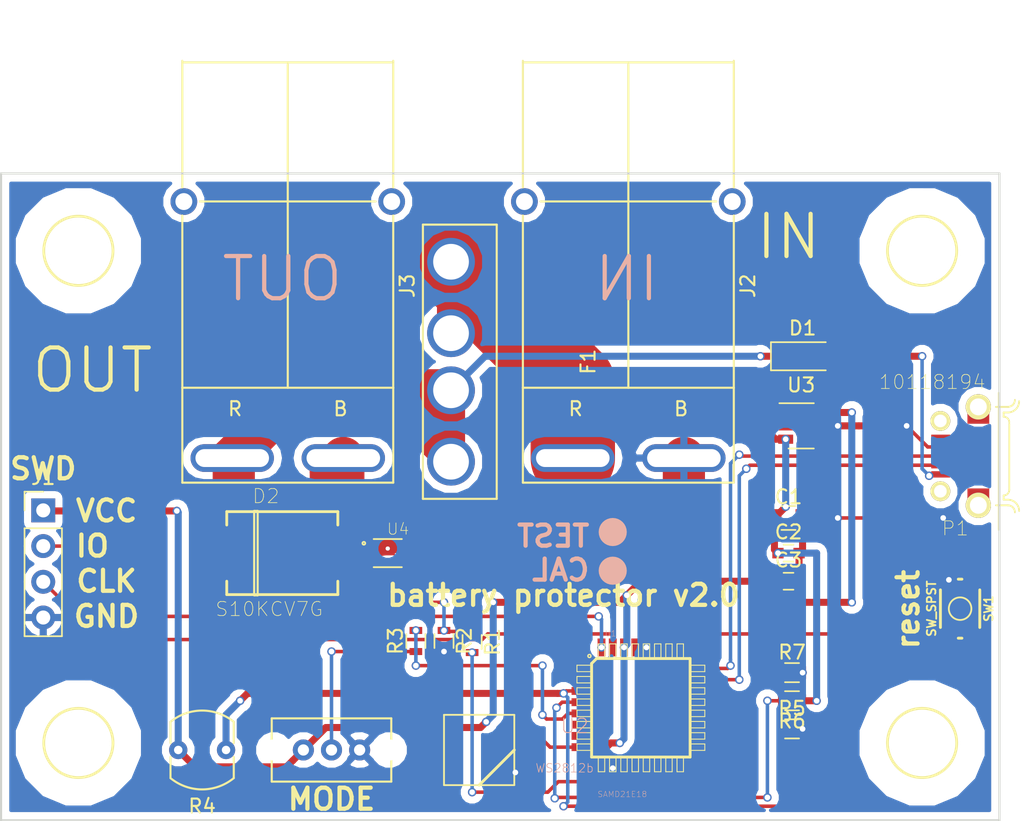
<source format=kicad_pcb>
(kicad_pcb (version 4) (host pcbnew 4.0.7-e2-6376~61~ubuntu18.04.1)

  (general
    (links 58)
    (no_connects 0)
    (area 65.252381 52.464999 139.963501 111.325)
    (thickness 1.6)
    (drawings 26)
    (tracks 238)
    (zones 0)
    (modules 27)
    (nets 40)
  )

  (page A4)
  (layers
    (0 F.Cu signal)
    (31 B.Cu signal)
    (32 B.Adhes user)
    (33 F.Adhes user)
    (34 B.Paste user)
    (35 F.Paste user)
    (36 B.SilkS user)
    (37 F.SilkS user)
    (38 B.Mask user)
    (39 F.Mask user)
    (40 Dwgs.User user)
    (41 Cmts.User user)
    (42 Eco1.User user)
    (43 Eco2.User user)
    (44 Edge.Cuts user)
    (45 Margin user)
    (46 B.CrtYd user)
    (47 F.CrtYd user)
    (48 B.Fab user)
    (49 F.Fab user)
  )

  (setup
    (last_trace_width 0.25)
    (user_trace_width 0.5)
    (user_trace_width 0.75)
    (user_trace_width 1)
    (user_trace_width 2)
    (user_trace_width 3)
    (user_trace_width 5)
    (user_trace_width 6)
    (user_trace_width 7)
    (trace_clearance 0.2)
    (zone_clearance 0.508)
    (zone_45_only no)
    (trace_min 0.2)
    (segment_width 0.2)
    (edge_width 0.15)
    (via_size 0.6)
    (via_drill 0.4)
    (via_min_size 0.4)
    (via_min_drill 0.3)
    (uvia_size 0.3)
    (uvia_drill 0.1)
    (uvias_allowed no)
    (uvia_min_size 0.2)
    (uvia_min_drill 0.1)
    (pcb_text_width 0.3)
    (pcb_text_size 1.5 1.5)
    (mod_edge_width 0.15)
    (mod_text_size 1 1)
    (mod_text_width 0.15)
    (pad_size 1.524 1.524)
    (pad_drill 0.762)
    (pad_to_mask_clearance 0.2)
    (aux_axis_origin 0 0)
    (visible_elements FFFFFF7F)
    (pcbplotparams
      (layerselection 0x3f0ff_80000001)
      (usegerberextensions false)
      (excludeedgelayer true)
      (linewidth 0.100000)
      (plotframeref false)
      (viasonmask false)
      (mode 1)
      (useauxorigin false)
      (hpglpennumber 1)
      (hpglpenspeed 20)
      (hpglpendiameter 15)
      (hpglpenoverlay 2)
      (psnegative false)
      (psa4output false)
      (plotreference false)
      (plotvalue false)
      (plotinvisibletext false)
      (padsonsilk false)
      (subtractmaskfromsilk false)
      (outputformat 1)
      (mirror false)
      (drillshape 0)
      (scaleselection 1)
      (outputdirectory gerber))
  )

  (net 0 "")
  (net 1 +BATT)
  (net 2 GND)
  (net 3 VCC)
  (net 4 "Net-(D1-Pad2)")
  (net 5 GND_OUT)
  (net 6 "Net-(F1-Pad1)")
  (net 7 ARM_SWDIO)
  (net 8 ARM_SWCLK)
  (net 9 USB_D-)
  (net 10 USB_D+)
  (net 11 "Net-(P1-Pad5)")
  (net 12 "Net-(R1-Pad1)")
  (net 13 VOUT_SIGNAL)
  (net 14 "Net-(R3-Pad1)")
  (net 15 MODE_SW)
  (net 16 PHOTO)
  (net 17 VBATT_DIV)
  (net 18 "Net-(SW1-Pad2)")
  (net 19 "Net-(U1-Pad1)")
  (net 20 "Net-(U1-Pad2)")
  (net 21 "Net-(U1-Pad6)")
  (net 22 "Net-(U1-Pad7)")
  (net 23 LED)
  (net 24 "Net-(U1-Pad12)")
  (net 25 "Net-(U1-Pad13)")
  (net 26 "Net-(U1-Pad14)")
  (net 27 "Net-(U1-Pad15)")
  (net 28 "Net-(U1-Pad16)")
  (net 29 "Net-(U1-Pad17)")
  (net 30 "Net-(U1-Pad18)")
  (net 31 "Net-(U1-Pad19)")
  (net 32 "Net-(U1-Pad20)")
  (net 33 "Net-(U1-Pad21)")
  (net 34 "Net-(U1-Pad22)")
  (net 35 "Net-(U1-Pad25)")
  (net 36 "Net-(U1-Pad27)")
  (net 37 "Net-(U1-Pad29)")
  (net 38 "Net-(U2-Pad2)")
  (net 39 "Net-(U3-Pad4)")

  (net_class Default "This is the default net class."
    (clearance 0.2)
    (trace_width 0.25)
    (via_dia 0.6)
    (via_drill 0.4)
    (uvia_dia 0.3)
    (uvia_drill 0.1)
    (add_net +BATT)
    (add_net ARM_SWCLK)
    (add_net ARM_SWDIO)
    (add_net GND)
    (add_net GND_OUT)
    (add_net LED)
    (add_net MODE_SW)
    (add_net "Net-(D1-Pad2)")
    (add_net "Net-(F1-Pad1)")
    (add_net "Net-(P1-Pad5)")
    (add_net "Net-(R1-Pad1)")
    (add_net "Net-(R3-Pad1)")
    (add_net "Net-(SW1-Pad2)")
    (add_net "Net-(U1-Pad1)")
    (add_net "Net-(U1-Pad12)")
    (add_net "Net-(U1-Pad13)")
    (add_net "Net-(U1-Pad14)")
    (add_net "Net-(U1-Pad15)")
    (add_net "Net-(U1-Pad16)")
    (add_net "Net-(U1-Pad17)")
    (add_net "Net-(U1-Pad18)")
    (add_net "Net-(U1-Pad19)")
    (add_net "Net-(U1-Pad2)")
    (add_net "Net-(U1-Pad20)")
    (add_net "Net-(U1-Pad21)")
    (add_net "Net-(U1-Pad22)")
    (add_net "Net-(U1-Pad25)")
    (add_net "Net-(U1-Pad27)")
    (add_net "Net-(U1-Pad29)")
    (add_net "Net-(U1-Pad6)")
    (add_net "Net-(U1-Pad7)")
    (add_net "Net-(U2-Pad2)")
    (add_net "Net-(U3-Pad4)")
    (add_net PHOTO)
    (add_net USB_D+)
    (add_net USB_D-)
    (add_net VBATT_DIV)
    (add_net VCC)
    (add_net VOUT_SIGNAL)
  )

  (module Capacitors_SMD:C_0805 (layer F.Cu) (tedit 5B53C3A6) (tstamp 5B52C810)
    (at 123 89.5)
    (descr "Capacitor SMD 0805, reflow soldering, AVX (see smccp.pdf)")
    (tags "capacitor 0805")
    (path /5B4EC71A)
    (attr smd)
    (fp_text reference C1 (at 0 -1.5) (layer F.SilkS)
      (effects (font (size 1 1) (thickness 0.15)))
    )
    (fp_text value 10uF (at 3.5 0) (layer F.Fab)
      (effects (font (size 1 1) (thickness 0.15)))
    )
    (fp_text user %R (at 0 -1.5) (layer F.Fab) hide
      (effects (font (size 1 1) (thickness 0.15)))
    )
    (fp_line (start -1 0.62) (end -1 -0.62) (layer F.Fab) (width 0.1))
    (fp_line (start 1 0.62) (end -1 0.62) (layer F.Fab) (width 0.1))
    (fp_line (start 1 -0.62) (end 1 0.62) (layer F.Fab) (width 0.1))
    (fp_line (start -1 -0.62) (end 1 -0.62) (layer F.Fab) (width 0.1))
    (fp_line (start 0.5 -0.85) (end -0.5 -0.85) (layer F.SilkS) (width 0.12))
    (fp_line (start -0.5 0.85) (end 0.5 0.85) (layer F.SilkS) (width 0.12))
    (fp_line (start -1.75 -0.88) (end 1.75 -0.88) (layer F.CrtYd) (width 0.05))
    (fp_line (start -1.75 -0.88) (end -1.75 0.87) (layer F.CrtYd) (width 0.05))
    (fp_line (start 1.75 0.87) (end 1.75 -0.88) (layer F.CrtYd) (width 0.05))
    (fp_line (start 1.75 0.87) (end -1.75 0.87) (layer F.CrtYd) (width 0.05))
    (pad 1 smd rect (at -1 0) (size 1 1.25) (layers F.Cu F.Paste F.Mask)
      (net 1 +BATT))
    (pad 2 smd rect (at 1 0) (size 1 1.25) (layers F.Cu F.Paste F.Mask)
      (net 2 GND))
    (model Capacitors_SMD.3dshapes/C_0805.wrl
      (at (xyz 0 0 0))
      (scale (xyz 1 1 1))
      (rotate (xyz 0 0 0))
    )
  )

  (module Capacitors_SMD:C_0603 (layer F.Cu) (tedit 59958EE7) (tstamp 5B52C816)
    (at 123 92)
    (descr "Capacitor SMD 0603, reflow soldering, AVX (see smccp.pdf)")
    (tags "capacitor 0603")
    (path /5B4EC693)
    (attr smd)
    (fp_text reference C2 (at 0 -1.5) (layer F.SilkS)
      (effects (font (size 1 1) (thickness 0.15)))
    )
    (fp_text value 1uF (at 2.5 0) (layer F.Fab)
      (effects (font (size 1 1) (thickness 0.15)))
    )
    (fp_line (start 1.4 0.65) (end -1.4 0.65) (layer F.CrtYd) (width 0.05))
    (fp_line (start 1.4 0.65) (end 1.4 -0.65) (layer F.CrtYd) (width 0.05))
    (fp_line (start -1.4 -0.65) (end -1.4 0.65) (layer F.CrtYd) (width 0.05))
    (fp_line (start -1.4 -0.65) (end 1.4 -0.65) (layer F.CrtYd) (width 0.05))
    (fp_line (start 0.35 0.6) (end -0.35 0.6) (layer F.SilkS) (width 0.12))
    (fp_line (start -0.35 -0.6) (end 0.35 -0.6) (layer F.SilkS) (width 0.12))
    (fp_line (start -0.8 -0.4) (end 0.8 -0.4) (layer F.Fab) (width 0.1))
    (fp_line (start 0.8 -0.4) (end 0.8 0.4) (layer F.Fab) (width 0.1))
    (fp_line (start 0.8 0.4) (end -0.8 0.4) (layer F.Fab) (width 0.1))
    (fp_line (start -0.8 0.4) (end -0.8 -0.4) (layer F.Fab) (width 0.1))
    (fp_text user %R (at 0 0) (layer F.Fab)
      (effects (font (size 0.3 0.3) (thickness 0.075)))
    )
    (pad 2 smd rect (at 0.75 0) (size 0.8 0.75) (layers F.Cu F.Paste F.Mask)
      (net 2 GND))
    (pad 1 smd rect (at -0.75 0) (size 0.8 0.75) (layers F.Cu F.Paste F.Mask)
      (net 1 +BATT))
    (model Capacitors_SMD.3dshapes/C_0603.wrl
      (at (xyz 0 0 0))
      (scale (xyz 1 1 1))
      (rotate (xyz 0 0 0))
    )
  )

  (module Capacitors_SMD:C_0603 (layer F.Cu) (tedit 59958EE7) (tstamp 5B52C81C)
    (at 123 94)
    (descr "Capacitor SMD 0603, reflow soldering, AVX (see smccp.pdf)")
    (tags "capacitor 0603")
    (path /5B4EC985)
    (attr smd)
    (fp_text reference C3 (at 0 -1.5) (layer F.SilkS)
      (effects (font (size 1 1) (thickness 0.15)))
    )
    (fp_text value 1uF (at 2.5 0) (layer F.Fab)
      (effects (font (size 1 1) (thickness 0.15)))
    )
    (fp_line (start 1.4 0.65) (end -1.4 0.65) (layer F.CrtYd) (width 0.05))
    (fp_line (start 1.4 0.65) (end 1.4 -0.65) (layer F.CrtYd) (width 0.05))
    (fp_line (start -1.4 -0.65) (end -1.4 0.65) (layer F.CrtYd) (width 0.05))
    (fp_line (start -1.4 -0.65) (end 1.4 -0.65) (layer F.CrtYd) (width 0.05))
    (fp_line (start 0.35 0.6) (end -0.35 0.6) (layer F.SilkS) (width 0.12))
    (fp_line (start -0.35 -0.6) (end 0.35 -0.6) (layer F.SilkS) (width 0.12))
    (fp_line (start -0.8 -0.4) (end 0.8 -0.4) (layer F.Fab) (width 0.1))
    (fp_line (start 0.8 -0.4) (end 0.8 0.4) (layer F.Fab) (width 0.1))
    (fp_line (start 0.8 0.4) (end -0.8 0.4) (layer F.Fab) (width 0.1))
    (fp_line (start -0.8 0.4) (end -0.8 -0.4) (layer F.Fab) (width 0.1))
    (fp_text user %R (at 0 0) (layer F.Fab)
      (effects (font (size 0.3 0.3) (thickness 0.075)))
    )
    (pad 2 smd rect (at 0.75 0) (size 0.8 0.75) (layers F.Cu F.Paste F.Mask)
      (net 2 GND))
    (pad 1 smd rect (at -0.75 0) (size 0.8 0.75) (layers F.Cu F.Paste F.Mask)
      (net 3 VCC))
    (model Capacitors_SMD.3dshapes/C_0603.wrl
      (at (xyz 0 0 0))
      (scale (xyz 1 1 1))
      (rotate (xyz 0 0 0))
    )
  )

  (module Diodes_SMD:D_SOD-123 (layer F.Cu) (tedit 5B53C3B4) (tstamp 5B52C822)
    (at 124 78)
    (descr SOD-123)
    (tags SOD-123)
    (path /5B516D29)
    (attr smd)
    (fp_text reference D1 (at 0 -2) (layer F.SilkS)
      (effects (font (size 1 1) (thickness 0.15)))
    )
    (fp_text value BAT54GWJ (at 0 -2) (layer F.Fab)
      (effects (font (size 1 1) (thickness 0.15)))
    )
    (fp_text user %R (at 0 -2) (layer F.Fab) hide
      (effects (font (size 1 1) (thickness 0.15)))
    )
    (fp_line (start -2.25 -1) (end -2.25 1) (layer F.SilkS) (width 0.12))
    (fp_line (start 0.25 0) (end 0.75 0) (layer F.Fab) (width 0.1))
    (fp_line (start 0.25 0.4) (end -0.35 0) (layer F.Fab) (width 0.1))
    (fp_line (start 0.25 -0.4) (end 0.25 0.4) (layer F.Fab) (width 0.1))
    (fp_line (start -0.35 0) (end 0.25 -0.4) (layer F.Fab) (width 0.1))
    (fp_line (start -0.35 0) (end -0.35 0.55) (layer F.Fab) (width 0.1))
    (fp_line (start -0.35 0) (end -0.35 -0.55) (layer F.Fab) (width 0.1))
    (fp_line (start -0.75 0) (end -0.35 0) (layer F.Fab) (width 0.1))
    (fp_line (start -1.4 0.9) (end -1.4 -0.9) (layer F.Fab) (width 0.1))
    (fp_line (start 1.4 0.9) (end -1.4 0.9) (layer F.Fab) (width 0.1))
    (fp_line (start 1.4 -0.9) (end 1.4 0.9) (layer F.Fab) (width 0.1))
    (fp_line (start -1.4 -0.9) (end 1.4 -0.9) (layer F.Fab) (width 0.1))
    (fp_line (start -2.35 -1.15) (end 2.35 -1.15) (layer F.CrtYd) (width 0.05))
    (fp_line (start 2.35 -1.15) (end 2.35 1.15) (layer F.CrtYd) (width 0.05))
    (fp_line (start 2.35 1.15) (end -2.35 1.15) (layer F.CrtYd) (width 0.05))
    (fp_line (start -2.35 -1.15) (end -2.35 1.15) (layer F.CrtYd) (width 0.05))
    (fp_line (start -2.25 1) (end 1.65 1) (layer F.SilkS) (width 0.12))
    (fp_line (start -2.25 -1) (end 1.65 -1) (layer F.SilkS) (width 0.12))
    (pad 1 smd rect (at -1.65 0) (size 0.9 1.2) (layers F.Cu F.Paste F.Mask)
      (net 1 +BATT))
    (pad 2 smd rect (at 1.65 0) (size 0.9 1.2) (layers F.Cu F.Paste F.Mask)
      (net 4 "Net-(D1-Pad2)"))
    (model ${KISYS3DMOD}/Diodes_SMD.3dshapes/D_SOD-123.wrl
      (at (xyz 0 0 0))
      (scale (xyz 1 1 1))
      (rotate (xyz 0 0 0))
    )
  )

  (module homebrew:DIODE-DO-214AB (layer F.Cu) (tedit 5B515D63) (tstamp 5B52C828)
    (at 87 92)
    (path /5B515082)
    (attr smd)
    (fp_text reference D2 (at -1.16397 -4.04886) (layer F.SilkS)
      (effects (font (size 1.00344 1.00344) (thickness 0.05)))
    )
    (fp_text value S10KCV7G (at -0.928783 3.98121) (layer F.SilkS)
      (effects (font (size 1.00409 1.00409) (thickness 0.05)))
    )
    (fp_line (start -2 -3) (end -1.75 -3) (layer F.SilkS) (width 0.15))
    (fp_line (start -1.75 3) (end -1.75 -3) (layer F.SilkS) (width 0.15))
    (fp_line (start -2 3) (end -1.75 3) (layer F.SilkS) (width 0.15))
    (fp_line (start -2 -3) (end -2 3) (layer F.SilkS) (width 0.15))
    (fp_line (start -3.95 -2) (end -3.95 -2.95) (layer F.SilkS) (width 0.2))
    (fp_line (start -3.95 -2.95) (end 3.95 -2.95) (layer F.SilkS) (width 0.2))
    (fp_line (start 3.95 -2.95) (end 3.95 -2) (layer F.SilkS) (width 0.2))
    (fp_line (start -3.95 2) (end -3.95 2.95) (layer F.SilkS) (width 0.2))
    (fp_line (start -3.95 2.95) (end 3.95 2.95) (layer F.SilkS) (width 0.2))
    (fp_line (start 3.95 2.95) (end 3.95 2) (layer F.SilkS) (width 0.2))
    (fp_line (start -4.85 -3.4) (end -4.85 3.4) (layer Eco1.User) (width 0.05))
    (fp_line (start -4.85 3.4) (end 4.85 3.4) (layer Eco1.User) (width 0.05))
    (fp_line (start 4.85 3.4) (end 4.85 -3.4) (layer Eco1.User) (width 0.05))
    (fp_line (start 4.85 -3.4) (end -4.85 -3.4) (layer Eco1.User) (width 0.05))
    (pad 1 smd rect (at -3.45 0) (size 2.25 3.2) (layers F.Cu F.Paste F.Mask)
      (net 1 +BATT))
    (pad 2 smd rect (at 3.45 0) (size 2.25 3.2) (layers F.Cu F.Paste F.Mask)
      (net 5 GND_OUT))
  )

  (module homebrew:FUSEHOLDER_ATC_Bk-6010 (layer F.Cu) (tedit 5B53C3C4) (tstamp 5B52C830)
    (at 99 78.39 270)
    (path /5B5138EE)
    (fp_text reference F1 (at 0 -9.75 270) (layer F.SilkS)
      (effects (font (size 1 1) (thickness 0.15)))
    )
    (fp_text value BK-6010 (at 0 -10.75 270) (layer F.Fab) hide
      (effects (font (size 1 1) (thickness 0.15)))
    )
    (fp_line (start 9.75 -3.25) (end 9.75 2) (layer F.SilkS) (width 0.15))
    (fp_line (start -9.75 -3.25) (end 9.75 -3.25) (layer F.SilkS) (width 0.15))
    (fp_line (start -9.75 2) (end -9.75 -3.25) (layer F.SilkS) (width 0.15))
    (fp_line (start -9.75 2) (end 9.75 2) (layer F.SilkS) (width 0.15))
    (pad 1 thru_hole circle (at -2.03 0 270) (size 3.4 3.4) (drill 2.54) (layers *.Cu *.Mask)
      (net 6 "Net-(F1-Pad1)"))
    (pad 2 thru_hole circle (at 2.03 0 270) (size 3.4 3.4) (drill 2.54) (layers *.Cu *.Mask)
      (net 1 +BATT))
    (pad 1 thru_hole circle (at -7.11 0 270) (size 3.4 3.4) (drill 2.54) (layers *.Cu *.Mask)
      (net 6 "Net-(F1-Pad1)"))
    (pad 2 thru_hole circle (at 7.11 0 270) (size 3.4 3.4) (drill 2.54) (layers *.Cu *.Mask)
      (net 1 +BATT))
  )

  (module homebrew:HOLE_M4 (layer F.Cu) (tedit 5AC2F5D3) (tstamp 5B52C835)
    (at 72.5 105.5)
    (path /5B516C22)
    (fp_text reference H1 (at 0 4.25) (layer F.SilkS) hide
      (effects (font (size 1 1) (thickness 0.15)))
    )
    (fp_text value HOLE (at 0 -4.5) (layer F.Fab) hide
      (effects (font (size 1 1) (thickness 0.15)))
    )
    (fp_circle (center 0 0) (end 1 2.25) (layer F.SilkS) (width 0.2))
    (fp_circle (center 0 0) (end 0 4.5) (layer F.CrtYd) (width 0.15))
    (fp_circle (center 0 0) (end 0 4.5) (layer B.CrtYd) (width 0.15))
    (pad "" np_thru_hole circle (at 0 0) (size 4.5 4.5) (drill 4.5) (layers *.Cu *.Mask)
      (clearance 2.2))
  )

  (module homebrew:HOLE_M4 (layer F.Cu) (tedit 5AC2F5D3) (tstamp 5B52C83A)
    (at 72.5 70.5)
    (path /5B516D0A)
    (fp_text reference H2 (at 0 4.25) (layer F.SilkS) hide
      (effects (font (size 1 1) (thickness 0.15)))
    )
    (fp_text value HOLE (at 0 -4.5) (layer F.Fab) hide
      (effects (font (size 1 1) (thickness 0.15)))
    )
    (fp_circle (center 0 0) (end 1 2.25) (layer F.SilkS) (width 0.2))
    (fp_circle (center 0 0) (end 0 4.5) (layer F.CrtYd) (width 0.15))
    (fp_circle (center 0 0) (end 0 4.5) (layer B.CrtYd) (width 0.15))
    (pad "" np_thru_hole circle (at 0 0) (size 4.5 4.5) (drill 4.5) (layers *.Cu *.Mask)
      (clearance 2.2))
  )

  (module homebrew:HOLE_M4 (layer F.Cu) (tedit 5AC2F5D3) (tstamp 5B52C83F)
    (at 132.5 70.5)
    (path /5B516CA2)
    (fp_text reference H3 (at 0 4.25) (layer F.SilkS) hide
      (effects (font (size 1 1) (thickness 0.15)))
    )
    (fp_text value HOLE (at 0 -4.5) (layer F.Fab) hide
      (effects (font (size 1 1) (thickness 0.15)))
    )
    (fp_circle (center 0 0) (end 1 2.25) (layer F.SilkS) (width 0.2))
    (fp_circle (center 0 0) (end 0 4.5) (layer F.CrtYd) (width 0.15))
    (fp_circle (center 0 0) (end 0 4.5) (layer B.CrtYd) (width 0.15))
    (pad "" np_thru_hole circle (at 0 0) (size 4.5 4.5) (drill 4.5) (layers *.Cu *.Mask)
      (clearance 2.2))
  )

  (module homebrew:HOLE_M4 (layer F.Cu) (tedit 5AC2F5D3) (tstamp 5B52C844)
    (at 132.5 105.5)
    (path /5B516D75)
    (fp_text reference H4 (at 0 4.25) (layer F.SilkS) hide
      (effects (font (size 1 1) (thickness 0.15)))
    )
    (fp_text value HOLE (at 0 -4.5) (layer F.Fab) hide
      (effects (font (size 1 1) (thickness 0.15)))
    )
    (fp_circle (center 0 0) (end 1 2.25) (layer F.SilkS) (width 0.2))
    (fp_circle (center 0 0) (end 0 4.5) (layer F.CrtYd) (width 0.15))
    (fp_circle (center 0 0) (end 0 4.5) (layer B.CrtYd) (width 0.15))
    (pad "" np_thru_hole circle (at 0 0) (size 4.5 4.5) (drill 4.5) (layers *.Cu *.Mask)
      (clearance 2.2))
  )

  (module Pin_Headers:Pin_Header_Straight_1x04_Pitch2.54mm (layer F.Cu) (tedit 5B53C33D) (tstamp 5B52C84C)
    (at 70 88.96)
    (descr "Through hole straight pin header, 1x04, 2.54mm pitch, single row")
    (tags "Through hole pin header THT 1x04 2.54mm single row")
    (path /5B4EC2FE)
    (fp_text reference J1 (at 0 -2.33) (layer F.SilkS)
      (effects (font (size 1 1) (thickness 0.15)))
    )
    (fp_text value Conn_01x04 (at 0 9.95) (layer F.Fab) hide
      (effects (font (size 1 1) (thickness 0.15)))
    )
    (fp_line (start -0.635 -1.27) (end 1.27 -1.27) (layer F.Fab) (width 0.1))
    (fp_line (start 1.27 -1.27) (end 1.27 8.89) (layer F.Fab) (width 0.1))
    (fp_line (start 1.27 8.89) (end -1.27 8.89) (layer F.Fab) (width 0.1))
    (fp_line (start -1.27 8.89) (end -1.27 -0.635) (layer F.Fab) (width 0.1))
    (fp_line (start -1.27 -0.635) (end -0.635 -1.27) (layer F.Fab) (width 0.1))
    (fp_line (start -1.33 8.95) (end 1.33 8.95) (layer F.SilkS) (width 0.12))
    (fp_line (start -1.33 1.27) (end -1.33 8.95) (layer F.SilkS) (width 0.12))
    (fp_line (start 1.33 1.27) (end 1.33 8.95) (layer F.SilkS) (width 0.12))
    (fp_line (start -1.33 1.27) (end 1.33 1.27) (layer F.SilkS) (width 0.12))
    (fp_line (start -1.33 0) (end -1.33 -1.33) (layer F.SilkS) (width 0.12))
    (fp_line (start -1.33 -1.33) (end 0 -1.33) (layer F.SilkS) (width 0.12))
    (fp_line (start -1.8 -1.8) (end -1.8 9.4) (layer F.CrtYd) (width 0.05))
    (fp_line (start -1.8 9.4) (end 1.8 9.4) (layer F.CrtYd) (width 0.05))
    (fp_line (start 1.8 9.4) (end 1.8 -1.8) (layer F.CrtYd) (width 0.05))
    (fp_line (start 1.8 -1.8) (end -1.8 -1.8) (layer F.CrtYd) (width 0.05))
    (fp_text user %R (at 0 3.81 90) (layer F.Fab)
      (effects (font (size 1 1) (thickness 0.15)))
    )
    (pad 1 thru_hole rect (at 0 0) (size 1.7 1.7) (drill 1) (layers *.Cu *.Mask)
      (net 3 VCC))
    (pad 2 thru_hole oval (at 0 2.54) (size 1.7 1.7) (drill 1) (layers *.Cu *.Mask)
      (net 7 ARM_SWDIO))
    (pad 3 thru_hole oval (at 0 5.08) (size 1.7 1.7) (drill 1) (layers *.Cu *.Mask)
      (net 8 ARM_SWCLK))
    (pad 4 thru_hole oval (at 0 7.62) (size 1.7 1.7) (drill 1) (layers *.Cu *.Mask)
      (net 2 GND))
    (model ${KISYS3DMOD}/Pin_Headers.3dshapes/Pin_Header_Straight_1x04_Pitch2.54mm.wrl
      (at (xyz 0 0 0))
      (scale (xyz 1 1 1))
      (rotate (xyz 0 0 0))
    )
  )

  (module homebrew:Anderson_1337G3_right_angle_bottom_two (layer F.Cu) (tedit 5B53C3C7) (tstamp 5B52C854)
    (at 111.61 85.24)
    (path /5B4ED03F)
    (fp_text reference J2 (at 8.5 -12.25 90) (layer F.SilkS)
      (effects (font (size 1 1) (thickness 0.15)))
    )
    (fp_text value Anderson_two_redblack (at -9.25 -14.5 90) (layer F.Fab) hide
      (effects (font (size 1 1) (thickness 0.15)))
    )
    (fp_text user B (at 3.75 -3.5) (layer F.SilkS)
      (effects (font (size 1 1) (thickness 0.15)))
    )
    (fp_text user R (at -3.75 -3.5) (layer F.SilkS)
      (effects (font (size 1 1) (thickness 0.15)))
    )
    (fp_line (start 0 -29.25) (end -0.5 -29.75) (layer Dwgs.User) (width 0.15))
    (fp_line (start 0.5 -29.75) (end 0 -29.25) (layer Dwgs.User) (width 0.15))
    (fp_line (start 0 -29.25) (end 0.5 -29.75) (layer Dwgs.User) (width 0.15))
    (fp_line (start 0 -32.5) (end 0 -29.25) (layer Dwgs.User) (width 0.15))
    (fp_line (start 7.5 1.75) (end 7.5 -5) (layer F.SilkS) (width 0.15))
    (fp_line (start -7.5 1.75) (end 7.5 1.75) (layer F.SilkS) (width 0.15))
    (fp_line (start -7.5 -5) (end -7.5 1.75) (layer F.SilkS) (width 0.15))
    (fp_line (start 7.5 -19.25) (end 7.5 -28.25) (layer F.SilkS) (width 0.15))
    (fp_line (start -7.5 -17.25) (end -7.5 -5) (layer F.SilkS) (width 0.15))
    (fp_line (start 0 -28) (end 0 -5) (layer F.SilkS) (width 0.15))
    (fp_line (start 7.5 -5) (end 7.5 -17.25) (layer F.SilkS) (width 0.15))
    (fp_line (start -7.5 -5) (end 7.5 -5) (layer F.SilkS) (width 0.15))
    (fp_line (start -7.5 -28.25) (end -7.5 -19.25) (layer F.SilkS) (width 0.15))
    (fp_line (start -7.39 -28.14) (end 7.39 -28.14) (layer F.SilkS) (width 0.15))
    (fp_line (start -6.25 -18.25) (end 6.25 -18.25) (layer F.SilkS) (width 0.15))
    (pad 1 thru_hole oval (at -3.95 0) (size 5.93 1.97) (drill oval 5.23 1.27) (layers *.Cu *.Mask)
      (net 6 "Net-(F1-Pad1)"))
    (pad 2 thru_hole oval (at 3.95 0) (size 5.93 1.97) (drill oval 5.23 1.27) (layers *.Cu *.Mask)
      (net 2 GND))
    (pad "" thru_hole circle (at -7.39 -18.24) (size 1.9 1.9) (drill 1.2) (layers *.Cu *.Mask))
    (pad "" thru_hole circle (at 7.39 -18.24) (size 1.9 1.9) (drill 1.2) (layers *.Cu *.Mask))
  )

  (module homebrew:Anderson_1337G3_right_angle_bottom_two (layer F.Cu) (tedit 5B53C3CA) (tstamp 5B52C85C)
    (at 87.39 85.24)
    (path /5B4ED249)
    (fp_text reference J3 (at 8.5 -12.25 90) (layer F.SilkS)
      (effects (font (size 1 1) (thickness 0.15)))
    )
    (fp_text value Anderson_two_redblack (at -9.25 -14.5 90) (layer F.Fab) hide
      (effects (font (size 1 1) (thickness 0.15)))
    )
    (fp_text user B (at 3.75 -3.5) (layer F.SilkS)
      (effects (font (size 1 1) (thickness 0.15)))
    )
    (fp_text user R (at -3.75 -3.5) (layer F.SilkS)
      (effects (font (size 1 1) (thickness 0.15)))
    )
    (fp_line (start 0 -29.25) (end -0.5 -29.75) (layer Dwgs.User) (width 0.15))
    (fp_line (start 0.5 -29.75) (end 0 -29.25) (layer Dwgs.User) (width 0.15))
    (fp_line (start 0 -29.25) (end 0.5 -29.75) (layer Dwgs.User) (width 0.15))
    (fp_line (start 0 -32.5) (end 0 -29.25) (layer Dwgs.User) (width 0.15))
    (fp_line (start 7.5 1.75) (end 7.5 -5) (layer F.SilkS) (width 0.15))
    (fp_line (start -7.5 1.75) (end 7.5 1.75) (layer F.SilkS) (width 0.15))
    (fp_line (start -7.5 -5) (end -7.5 1.75) (layer F.SilkS) (width 0.15))
    (fp_line (start 7.5 -19.25) (end 7.5 -28.25) (layer F.SilkS) (width 0.15))
    (fp_line (start -7.5 -17.25) (end -7.5 -5) (layer F.SilkS) (width 0.15))
    (fp_line (start 0 -28) (end 0 -5) (layer F.SilkS) (width 0.15))
    (fp_line (start 7.5 -5) (end 7.5 -17.25) (layer F.SilkS) (width 0.15))
    (fp_line (start -7.5 -5) (end 7.5 -5) (layer F.SilkS) (width 0.15))
    (fp_line (start -7.5 -28.25) (end -7.5 -19.25) (layer F.SilkS) (width 0.15))
    (fp_line (start -7.39 -28.14) (end 7.39 -28.14) (layer F.SilkS) (width 0.15))
    (fp_line (start -6.25 -18.25) (end 6.25 -18.25) (layer F.SilkS) (width 0.15))
    (pad 1 thru_hole oval (at -3.95 0) (size 5.93 1.97) (drill oval 5.23 1.27) (layers *.Cu *.Mask)
      (net 1 +BATT))
    (pad 2 thru_hole oval (at 3.95 0) (size 5.93 1.97) (drill oval 5.23 1.27) (layers *.Cu *.Mask)
      (net 5 GND_OUT))
    (pad "" thru_hole circle (at -7.39 -18.24) (size 1.9 1.9) (drill 1.2) (layers *.Cu *.Mask))
    (pad "" thru_hole circle (at 7.39 -18.24) (size 1.9 1.9) (drill 1.2) (layers *.Cu *.Mask))
  )

  (module 10118194-0001LF:FRAMATOME_10118194-0001LF (layer F.Cu) (tedit 0) (tstamp 5B52C86D)
    (at 136.5 85.1 90)
    (path /5B4EBF0D)
    (attr smd)
    (fp_text reference P1 (at -5.14371 -1.64279 180) (layer F.SilkS)
      (effects (font (size 1.0017 1.0017) (thickness 0.05)))
    )
    (fp_text value 10118194 (at 5.26804 -3.27689 180) (layer F.SilkS)
      (effects (font (size 1.00058 1.00058) (thickness 0.05)))
    )
    (fp_line (start -3.5 -2.85) (end 3.5 -2.85) (layer Dwgs.User) (width 0.127))
    (fp_line (start -3.5 1.25) (end -3.5 2.1) (layer F.SilkS) (width 0.127))
    (fp_line (start -3.5 2.1) (end -3.5 2.15) (layer F.SilkS) (width 0.127))
    (fp_line (start 3.5 1.25) (end 3.5 2.15) (layer F.SilkS) (width 0.127))
    (fp_line (start -5.25 1.45) (end 4.5 1.45) (layer F.SilkS) (width 0.127))
    (fp_arc (start -4 2.1) (end -4 2.6) (angle -90) (layer F.SilkS) (width 0.127))
    (fp_arc (start -3.9 2.1) (end -3.1 2.1) (angle 90) (layer F.SilkS) (width 0.127))
    (fp_line (start -3.1 2.1) (end -3.1 1.8) (layer F.SilkS) (width 0.127))
    (fp_line (start -3.1 1.8) (end -2.8 1.8) (layer F.SilkS) (width 0.127))
    (fp_arc (start -2.4 1.8) (end -2.4 2.2) (angle 90) (layer F.SilkS) (width 0.127))
    (fp_line (start 3.5 1.25) (end 3.5 2.1) (layer F.SilkS) (width 0.127))
    (fp_line (start 3.5 2.1) (end 3.5 2.15) (layer F.SilkS) (width 0.127))
    (fp_arc (start 4 2.1) (end 4 2.6) (angle 90) (layer F.SilkS) (width 0.127))
    (fp_arc (start 3.9 2.1) (end 3.1 2.1) (angle -90) (layer F.SilkS) (width 0.127))
    (fp_line (start 3.1 2.1) (end 3.1 1.8) (layer F.SilkS) (width 0.127))
    (fp_line (start 3.1 1.8) (end 2.8 1.8) (layer F.SilkS) (width 0.127))
    (fp_arc (start 2.4 1.8) (end 2.4 2.2) (angle -90) (layer F.SilkS) (width 0.127))
    (fp_line (start -2.4 2.2) (end 2.3 2.2) (layer F.SilkS) (width 0.127))
    (fp_line (start -2.5 -3.7) (end 3.8 -3.7) (layer Dwgs.User) (width 0.127))
    (fp_line (start 3.8 -3.7) (end 3.8 -1.2) (layer Dwgs.User) (width 0.127))
    (fp_line (start 3.8 -1.2) (end 4.7 -1.2) (layer Dwgs.User) (width 0.127))
    (fp_line (start 4.7 -1.2) (end 4.7 1.2) (layer Dwgs.User) (width 0.127))
    (fp_line (start 4.7 1.2) (end 4.3 1.2) (layer Dwgs.User) (width 0.127))
    (fp_line (start 4.3 1.2) (end 4.3 3.2) (layer Dwgs.User) (width 0.127))
    (fp_line (start 4.3 3.2) (end -4.3 3.2) (layer Dwgs.User) (width 0.127))
    (fp_line (start -4.3 3.2) (end -4.3 1.2) (layer Dwgs.User) (width 0.127))
    (fp_line (start -4.3 1.2) (end -4.7 1.2) (layer Dwgs.User) (width 0.127))
    (fp_line (start -4.7 1.2) (end -4.7 -1.2) (layer Dwgs.User) (width 0.127))
    (fp_line (start -4.7 -1.2) (end -3.8 -1.2) (layer Dwgs.User) (width 0.127))
    (fp_line (start -3.8 -1.2) (end -3.8 -3.7) (layer Dwgs.User) (width 0.127))
    (fp_line (start -3.8 -3.7) (end -1.8 -3.7) (layer Dwgs.User) (width 0.127))
    (pad 1 smd rect (at -1.3 -2.675 270) (size 0.45 1.35) (layers F.Cu F.Paste F.Mask)
      (net 4 "Net-(D1-Pad2)"))
    (pad 2 smd rect (at -0.65 -2.675 270) (size 0.45 1.35) (layers F.Cu F.Paste F.Mask)
      (net 9 USB_D-))
    (pad 3 smd rect (at 0 -2.675 270) (size 0.45 1.35) (layers F.Cu F.Paste F.Mask)
      (net 10 USB_D+))
    (pad 4 smd rect (at 0.65 -2.675 270) (size 0.45 1.35) (layers F.Cu F.Paste F.Mask)
      (net 2 GND))
    (pad 5 smd rect (at 1.3 -2.675 270) (size 0.45 1.35) (layers F.Cu F.Paste F.Mask)
      (net 11 "Net-(P1-Pad5)"))
    (pad P$6 thru_hole circle (at -2.5 -2.7 90) (size 1.408 1.408) (drill 0.9) (layers *.Cu *.Mask F.SilkS))
    (pad P$7 thru_hole circle (at 2.5 -2.7 90) (size 1.408 1.408) (drill 0.9) (layers *.Cu *.Mask F.SilkS))
    (pad P$8 thru_hole circle (at -3.5 0 90) (size 1.8 1.8) (drill 1.2) (layers *.Cu *.Mask F.SilkS))
    (pad P$9 thru_hole circle (at 3.5 0 90) (size 1.8 1.8) (drill 1.2) (layers *.Cu *.Mask F.SilkS))
    (pad P$10 smd rect (at -1 0 90) (size 1.5 1.55) (layers F.Cu F.Paste F.Mask))
    (pad P$11 smd rect (at 1 0 90) (size 1.5 1.55) (layers F.Cu F.Paste F.Mask))
    (pad P$12 smd rect (at -3.05 0 90) (size 1.5 1.55) (layers F.Cu F.Paste F.Mask))
    (pad P$13 smd rect (at 3.05 0 90) (size 1.5 1.55) (layers F.Cu F.Paste F.Mask))
  )

  (module Resistors_SMD:R_0603 (layer F.Cu) (tedit 58E0A804) (tstamp 5B52C873)
    (at 100.5 98.321429 270)
    (descr "Resistor SMD 0603, reflow soldering, Vishay (see dcrcw.pdf)")
    (tags "resistor 0603")
    (path /5B514B66)
    (attr smd)
    (fp_text reference R1 (at 0 -1.45 270) (layer F.SilkS)
      (effects (font (size 1 1) (thickness 0.15)))
    )
    (fp_text value 470 (at 2.678571 0 270) (layer F.Fab)
      (effects (font (size 1 1) (thickness 0.15)))
    )
    (fp_text user %R (at 0 0 270) (layer F.Fab)
      (effects (font (size 0.4 0.4) (thickness 0.075)))
    )
    (fp_line (start -0.8 0.4) (end -0.8 -0.4) (layer F.Fab) (width 0.1))
    (fp_line (start 0.8 0.4) (end -0.8 0.4) (layer F.Fab) (width 0.1))
    (fp_line (start 0.8 -0.4) (end 0.8 0.4) (layer F.Fab) (width 0.1))
    (fp_line (start -0.8 -0.4) (end 0.8 -0.4) (layer F.Fab) (width 0.1))
    (fp_line (start 0.5 0.68) (end -0.5 0.68) (layer F.SilkS) (width 0.12))
    (fp_line (start -0.5 -0.68) (end 0.5 -0.68) (layer F.SilkS) (width 0.12))
    (fp_line (start -1.25 -0.7) (end 1.25 -0.7) (layer F.CrtYd) (width 0.05))
    (fp_line (start -1.25 -0.7) (end -1.25 0.7) (layer F.CrtYd) (width 0.05))
    (fp_line (start 1.25 0.7) (end 1.25 -0.7) (layer F.CrtYd) (width 0.05))
    (fp_line (start 1.25 0.7) (end -1.25 0.7) (layer F.CrtYd) (width 0.05))
    (pad 1 smd rect (at -0.75 0 270) (size 0.5 0.9) (layers F.Cu F.Paste F.Mask)
      (net 12 "Net-(R1-Pad1)"))
    (pad 2 smd rect (at 0.75 0 270) (size 0.5 0.9) (layers F.Cu F.Paste F.Mask)
      (net 13 VOUT_SIGNAL))
    (model ${KISYS3DMOD}/Resistors_SMD.3dshapes/R_0603.wrl
      (at (xyz 0 0 0))
      (scale (xyz 1 1 1))
      (rotate (xyz 0 0 0))
    )
  )

  (module Resistors_SMD:R_0603 (layer F.Cu) (tedit 58E0A804) (tstamp 5B52C879)
    (at 98.5 98.25 270)
    (descr "Resistor SMD 0603, reflow soldering, Vishay (see dcrcw.pdf)")
    (tags "resistor 0603")
    (path /5B514A68)
    (attr smd)
    (fp_text reference R2 (at 0 -1.45 270) (layer F.SilkS)
      (effects (font (size 1 1) (thickness 0.15)))
    )
    (fp_text value 10k (at 2.75 0 270) (layer F.Fab)
      (effects (font (size 1 1) (thickness 0.15)))
    )
    (fp_text user %R (at 0 0 270) (layer F.Fab)
      (effects (font (size 0.4 0.4) (thickness 0.075)))
    )
    (fp_line (start -0.8 0.4) (end -0.8 -0.4) (layer F.Fab) (width 0.1))
    (fp_line (start 0.8 0.4) (end -0.8 0.4) (layer F.Fab) (width 0.1))
    (fp_line (start 0.8 -0.4) (end 0.8 0.4) (layer F.Fab) (width 0.1))
    (fp_line (start -0.8 -0.4) (end 0.8 -0.4) (layer F.Fab) (width 0.1))
    (fp_line (start 0.5 0.68) (end -0.5 0.68) (layer F.SilkS) (width 0.12))
    (fp_line (start -0.5 -0.68) (end 0.5 -0.68) (layer F.SilkS) (width 0.12))
    (fp_line (start -1.25 -0.7) (end 1.25 -0.7) (layer F.CrtYd) (width 0.05))
    (fp_line (start -1.25 -0.7) (end -1.25 0.7) (layer F.CrtYd) (width 0.05))
    (fp_line (start 1.25 0.7) (end 1.25 -0.7) (layer F.CrtYd) (width 0.05))
    (fp_line (start 1.25 0.7) (end -1.25 0.7) (layer F.CrtYd) (width 0.05))
    (pad 1 smd rect (at -0.75 0 270) (size 0.5 0.9) (layers F.Cu F.Paste F.Mask)
      (net 12 "Net-(R1-Pad1)"))
    (pad 2 smd rect (at 0.75 0 270) (size 0.5 0.9) (layers F.Cu F.Paste F.Mask)
      (net 2 GND))
    (model ${KISYS3DMOD}/Resistors_SMD.3dshapes/R_0603.wrl
      (at (xyz 0 0 0))
      (scale (xyz 1 1 1))
      (rotate (xyz 0 0 0))
    )
  )

  (module Resistors_SMD:R_0603 (layer F.Cu) (tedit 58E0A804) (tstamp 5B52C87F)
    (at 96.5 98.25 90)
    (descr "Resistor SMD 0603, reflow soldering, Vishay (see dcrcw.pdf)")
    (tags "resistor 0603")
    (path /5B5177BF)
    (attr smd)
    (fp_text reference R3 (at 0 -1.45 90) (layer F.SilkS)
      (effects (font (size 1 1) (thickness 0.15)))
    )
    (fp_text value 10k (at -2.75 0 90) (layer F.Fab)
      (effects (font (size 1 1) (thickness 0.15)))
    )
    (fp_text user %R (at 0 0 90) (layer F.Fab)
      (effects (font (size 0.4 0.4) (thickness 0.075)))
    )
    (fp_line (start -0.8 0.4) (end -0.8 -0.4) (layer F.Fab) (width 0.1))
    (fp_line (start 0.8 0.4) (end -0.8 0.4) (layer F.Fab) (width 0.1))
    (fp_line (start 0.8 -0.4) (end 0.8 0.4) (layer F.Fab) (width 0.1))
    (fp_line (start -0.8 -0.4) (end 0.8 -0.4) (layer F.Fab) (width 0.1))
    (fp_line (start 0.5 0.68) (end -0.5 0.68) (layer F.SilkS) (width 0.12))
    (fp_line (start -0.5 -0.68) (end 0.5 -0.68) (layer F.SilkS) (width 0.12))
    (fp_line (start -1.25 -0.7) (end 1.25 -0.7) (layer F.CrtYd) (width 0.05))
    (fp_line (start -1.25 -0.7) (end -1.25 0.7) (layer F.CrtYd) (width 0.05))
    (fp_line (start 1.25 0.7) (end 1.25 -0.7) (layer F.CrtYd) (width 0.05))
    (fp_line (start 1.25 0.7) (end -1.25 0.7) (layer F.CrtYd) (width 0.05))
    (pad 1 smd rect (at -0.75 0 90) (size 0.5 0.9) (layers F.Cu F.Paste F.Mask)
      (net 14 "Net-(R3-Pad1)"))
    (pad 2 smd rect (at 0.75 0 90) (size 0.5 0.9) (layers F.Cu F.Paste F.Mask)
      (net 15 MODE_SW))
    (model ${KISYS3DMOD}/Resistors_SMD.3dshapes/R_0603.wrl
      (at (xyz 0 0 0))
      (scale (xyz 1 1 1))
      (rotate (xyz 0 0 0))
    )
  )

  (module homebrew:R_PHOTO (layer F.Cu) (tedit 5B515FEA) (tstamp 5B52C885)
    (at 81.3 106)
    (path /5B513B71)
    (fp_text reference R4 (at 0 4) (layer F.SilkS)
      (effects (font (size 1 1) (thickness 0.15)))
    )
    (fp_text value R_PHOTO (at 0 -1.5) (layer F.Fab)
      (effects (font (size 1 1) (thickness 0.15)))
    )
    (fp_arc (start 0 -0.75) (end 2.25 2) (angle 78.57881373) (layer F.SilkS) (width 0.15))
    (fp_arc (start 0 0.75) (end -2.25 -2) (angle 78.57881373) (layer F.SilkS) (width 0.15))
    (fp_line (start 2.25 -0.5) (end 2.25 -2) (layer F.SilkS) (width 0.15))
    (fp_line (start -2.25 2) (end -2.25 0.5) (layer F.SilkS) (width 0.15))
    (fp_line (start 2.25 2) (end 2.25 0.5) (layer F.SilkS) (width 0.15))
    (fp_line (start -2.25 -0.5) (end -2.25 -2) (layer F.SilkS) (width 0.15))
    (pad 1 thru_hole circle (at -1.7 0) (size 1.3 1.3) (drill 0.6) (layers *.Cu *.Mask)
      (net 3 VCC))
    (pad 2 thru_hole circle (at 1.7 0) (size 1.3 1.3) (drill 0.6) (layers *.Cu *.Mask)
      (net 16 PHOTO))
  )

  (module Resistors_SMD:R_0603 (layer F.Cu) (tedit 58E0A804) (tstamp 5B52C88B)
    (at 123.25 104.5)
    (descr "Resistor SMD 0603, reflow soldering, Vishay (see dcrcw.pdf)")
    (tags "resistor 0603")
    (path /5B513DE5)
    (attr smd)
    (fp_text reference R5 (at 0 -1.45) (layer F.SilkS)
      (effects (font (size 1 1) (thickness 0.15)))
    )
    (fp_text value 16k (at 2.75 0) (layer F.Fab)
      (effects (font (size 1 1) (thickness 0.15)))
    )
    (fp_text user %R (at 0 0) (layer F.Fab)
      (effects (font (size 0.4 0.4) (thickness 0.075)))
    )
    (fp_line (start -0.8 0.4) (end -0.8 -0.4) (layer F.Fab) (width 0.1))
    (fp_line (start 0.8 0.4) (end -0.8 0.4) (layer F.Fab) (width 0.1))
    (fp_line (start 0.8 -0.4) (end 0.8 0.4) (layer F.Fab) (width 0.1))
    (fp_line (start -0.8 -0.4) (end 0.8 -0.4) (layer F.Fab) (width 0.1))
    (fp_line (start 0.5 0.68) (end -0.5 0.68) (layer F.SilkS) (width 0.12))
    (fp_line (start -0.5 -0.68) (end 0.5 -0.68) (layer F.SilkS) (width 0.12))
    (fp_line (start -1.25 -0.7) (end 1.25 -0.7) (layer F.CrtYd) (width 0.05))
    (fp_line (start -1.25 -0.7) (end -1.25 0.7) (layer F.CrtYd) (width 0.05))
    (fp_line (start 1.25 0.7) (end 1.25 -0.7) (layer F.CrtYd) (width 0.05))
    (fp_line (start 1.25 0.7) (end -1.25 0.7) (layer F.CrtYd) (width 0.05))
    (pad 1 smd rect (at -0.75 0) (size 0.5 0.9) (layers F.Cu F.Paste F.Mask)
      (net 16 PHOTO))
    (pad 2 smd rect (at 0.75 0) (size 0.5 0.9) (layers F.Cu F.Paste F.Mask)
      (net 2 GND))
    (model ${KISYS3DMOD}/Resistors_SMD.3dshapes/R_0603.wrl
      (at (xyz 0 0 0))
      (scale (xyz 1 1 1))
      (rotate (xyz 0 0 0))
    )
  )

  (module Resistors_SMD:R_0603 (layer F.Cu) (tedit 58E0A804) (tstamp 5B52C891)
    (at 123.25 102.5 180)
    (descr "Resistor SMD 0603, reflow soldering, Vishay (see dcrcw.pdf)")
    (tags "resistor 0603")
    (path /5B513F9B)
    (attr smd)
    (fp_text reference R6 (at 0 -1.45 180) (layer F.SilkS)
      (effects (font (size 1 1) (thickness 0.15)))
    )
    (fp_text value 33k (at -2.75 0 180) (layer F.Fab)
      (effects (font (size 1 1) (thickness 0.15)))
    )
    (fp_text user %R (at 0 0 180) (layer F.Fab)
      (effects (font (size 0.4 0.4) (thickness 0.075)))
    )
    (fp_line (start -0.8 0.4) (end -0.8 -0.4) (layer F.Fab) (width 0.1))
    (fp_line (start 0.8 0.4) (end -0.8 0.4) (layer F.Fab) (width 0.1))
    (fp_line (start 0.8 -0.4) (end 0.8 0.4) (layer F.Fab) (width 0.1))
    (fp_line (start -0.8 -0.4) (end 0.8 -0.4) (layer F.Fab) (width 0.1))
    (fp_line (start 0.5 0.68) (end -0.5 0.68) (layer F.SilkS) (width 0.12))
    (fp_line (start -0.5 -0.68) (end 0.5 -0.68) (layer F.SilkS) (width 0.12))
    (fp_line (start -1.25 -0.7) (end 1.25 -0.7) (layer F.CrtYd) (width 0.05))
    (fp_line (start -1.25 -0.7) (end -1.25 0.7) (layer F.CrtYd) (width 0.05))
    (fp_line (start 1.25 0.7) (end 1.25 -0.7) (layer F.CrtYd) (width 0.05))
    (fp_line (start 1.25 0.7) (end -1.25 0.7) (layer F.CrtYd) (width 0.05))
    (pad 1 smd rect (at -0.75 0 180) (size 0.5 0.9) (layers F.Cu F.Paste F.Mask)
      (net 1 +BATT))
    (pad 2 smd rect (at 0.75 0 180) (size 0.5 0.9) (layers F.Cu F.Paste F.Mask)
      (net 17 VBATT_DIV))
    (model ${KISYS3DMOD}/Resistors_SMD.3dshapes/R_0603.wrl
      (at (xyz 0 0 0))
      (scale (xyz 1 1 1))
      (rotate (xyz 0 0 0))
    )
  )

  (module Resistors_SMD:R_0603 (layer F.Cu) (tedit 58E0A804) (tstamp 5B52C897)
    (at 123.25 100.5)
    (descr "Resistor SMD 0603, reflow soldering, Vishay (see dcrcw.pdf)")
    (tags "resistor 0603")
    (path /5B513FF4)
    (attr smd)
    (fp_text reference R7 (at 0 -1.45) (layer F.SilkS)
      (effects (font (size 1 1) (thickness 0.15)))
    )
    (fp_text value 10k (at 2.75 0) (layer F.Fab)
      (effects (font (size 1 1) (thickness 0.15)))
    )
    (fp_text user %R (at 0 0) (layer F.Fab)
      (effects (font (size 0.4 0.4) (thickness 0.075)))
    )
    (fp_line (start -0.8 0.4) (end -0.8 -0.4) (layer F.Fab) (width 0.1))
    (fp_line (start 0.8 0.4) (end -0.8 0.4) (layer F.Fab) (width 0.1))
    (fp_line (start 0.8 -0.4) (end 0.8 0.4) (layer F.Fab) (width 0.1))
    (fp_line (start -0.8 -0.4) (end 0.8 -0.4) (layer F.Fab) (width 0.1))
    (fp_line (start 0.5 0.68) (end -0.5 0.68) (layer F.SilkS) (width 0.12))
    (fp_line (start -0.5 -0.68) (end 0.5 -0.68) (layer F.SilkS) (width 0.12))
    (fp_line (start -1.25 -0.7) (end 1.25 -0.7) (layer F.CrtYd) (width 0.05))
    (fp_line (start -1.25 -0.7) (end -1.25 0.7) (layer F.CrtYd) (width 0.05))
    (fp_line (start 1.25 0.7) (end 1.25 -0.7) (layer F.CrtYd) (width 0.05))
    (fp_line (start 1.25 0.7) (end -1.25 0.7) (layer F.CrtYd) (width 0.05))
    (pad 1 smd rect (at -0.75 0) (size 0.5 0.9) (layers F.Cu F.Paste F.Mask)
      (net 17 VBATT_DIV))
    (pad 2 smd rect (at 0.75 0) (size 0.5 0.9) (layers F.Cu F.Paste F.Mask)
      (net 2 GND))
    (model ${KISYS3DMOD}/Resistors_SMD.3dshapes/R_0603.wrl
      (at (xyz 0 0 0))
      (scale (xyz 1 1 1))
      (rotate (xyz 0 0 0))
    )
  )

  (module Sparkfun-Switches:TACTILE_SWITCH_SMD_4.6X2.8MM (layer F.Cu) (tedit 200000) (tstamp 5B52C89F)
    (at 135.20244 95.95022 270)
    (descr "MOMENTARY SWITCH (PUSHBUTTON) - SPST - SMD, 4.6 X 2.8MM")
    (tags "MOMENTARY SWITCH (PUSHBUTTON) - SPST - SMD, 4.6 X 2.8MM")
    (path /5B4EBDFE)
    (attr smd)
    (fp_text reference SW1 (at 0 -2.032 270) (layer F.SilkS)
      (effects (font (size 0.6096 0.6096) (thickness 0.127)))
    )
    (fp_text value SW_SPST (at 0 2.032 270) (layer F.SilkS)
      (effects (font (size 0.6096 0.6096) (thickness 0.127)))
    )
    (fp_line (start -2.2987 -0.49784) (end -2.09804 -0.49784) (layer Dwgs.User) (width 0.06604))
    (fp_line (start -2.09804 -0.49784) (end -2.09804 -1.09982) (layer Dwgs.User) (width 0.06604))
    (fp_line (start -2.2987 -1.09982) (end -2.09804 -1.09982) (layer Dwgs.User) (width 0.06604))
    (fp_line (start -2.2987 -0.49784) (end -2.2987 -1.09982) (layer Dwgs.User) (width 0.06604))
    (fp_line (start -2.2987 1.09982) (end -2.09804 1.09982) (layer Dwgs.User) (width 0.06604))
    (fp_line (start -2.09804 1.09982) (end -2.09804 0.49784) (layer Dwgs.User) (width 0.06604))
    (fp_line (start -2.2987 0.49784) (end -2.09804 0.49784) (layer Dwgs.User) (width 0.06604))
    (fp_line (start -2.2987 1.09982) (end -2.2987 0.49784) (layer Dwgs.User) (width 0.06604))
    (fp_line (start 2.09804 1.09982) (end 2.2987 1.09982) (layer Dwgs.User) (width 0.06604))
    (fp_line (start 2.2987 1.09982) (end 2.2987 0.49784) (layer Dwgs.User) (width 0.06604))
    (fp_line (start 2.09804 0.49784) (end 2.2987 0.49784) (layer Dwgs.User) (width 0.06604))
    (fp_line (start 2.09804 1.09982) (end 2.09804 0.49784) (layer Dwgs.User) (width 0.06604))
    (fp_line (start 2.09804 -0.49784) (end 2.2987 -0.49784) (layer Dwgs.User) (width 0.06604))
    (fp_line (start 2.2987 -0.49784) (end 2.2987 -1.09982) (layer Dwgs.User) (width 0.06604))
    (fp_line (start 2.09804 -1.09982) (end 2.2987 -1.09982) (layer Dwgs.User) (width 0.06604))
    (fp_line (start 2.09804 -0.49784) (end 2.09804 -1.09982) (layer Dwgs.User) (width 0.06604))
    (fp_line (start -2.09804 -1.39954) (end -2.09804 1.39954) (layer Dwgs.User) (width 0.127))
    (fp_line (start 2.09804 1.39954) (end 2.09804 -1.39954) (layer Dwgs.User) (width 0.127))
    (fp_line (start -2.09804 -1.39954) (end 2.09804 -1.39954) (layer Dwgs.User) (width 0.127))
    (fp_line (start -2.09804 1.39954) (end 2.09804 1.39954) (layer Dwgs.User) (width 0.127))
    (fp_line (start 1.33604 1.39954) (end -1.33604 1.39954) (layer F.SilkS) (width 0.2032))
    (fp_line (start -1.33604 -1.39954) (end 1.33604 -1.39954) (layer F.SilkS) (width 0.2032))
    (fp_line (start -2.09804 -0.12954) (end -2.09804 0.12954) (layer F.SilkS) (width 0.2032))
    (fp_line (start 2.09804 0.12954) (end 2.09804 -0.12954) (layer F.SilkS) (width 0.2032))
    (fp_circle (center 0 0) (end 0 -0.80264) (layer F.SilkS) (width 0.127))
    (pad 1 smd rect (at -2.04978 0.79756 270) (size 0.89916 0.99822) (layers F.Cu F.Paste F.Mask)
      (net 2 GND) (solder_mask_margin 0.1016))
    (pad 2 smd rect (at 2.04978 0.79756 270) (size 0.89916 0.99822) (layers F.Cu F.Paste F.Mask)
      (net 18 "Net-(SW1-Pad2)") (solder_mask_margin 0.1016))
    (pad 3 smd rect (at 2.04978 -0.79756 270) (size 0.89916 0.99822) (layers F.Cu F.Paste F.Mask)
      (solder_mask_margin 0.1016))
    (pad 4 smd rect (at -2.04978 -0.79756 270) (size 0.89916 0.99822) (layers F.Cu F.Paste F.Mask)
      (solder_mask_margin 0.1016))
  )

  (module homebrew:SW_2POS_OS102011MS2QN1 (layer F.Cu) (tedit 5B53C339) (tstamp 5B52C8A8)
    (at 90.5 106)
    (path /5B5174EF)
    (fp_text reference SW2 (at 0 4.25) (layer F.SilkS) hide
      (effects (font (size 1 1) (thickness 0.15)))
    )
    (fp_text value OS102011MS2QN1 (at 0 -3.5) (layer F.Fab) hide
      (effects (font (size 1 1) (thickness 0.15)))
    )
    (fp_line (start 4.25 -2.25) (end 4.25 2.25) (layer F.SilkS) (width 0.15))
    (fp_line (start -4.25 2.25) (end 4.25 2.25) (layer F.SilkS) (width 0.15))
    (fp_line (start -4.25 -2.25) (end -4.25 2.25) (layer F.SilkS) (width 0.15))
    (fp_line (start -4.25 -2.25) (end 4.25 -2.25) (layer F.SilkS) (width 0.15))
    (pad 2 thru_hole circle (at 0 0) (size 1.5 1.5) (drill 0.8) (layers *.Cu *.Mask)
      (net 14 "Net-(R3-Pad1)"))
    (pad 3 thru_hole circle (at 2 0) (size 1.5 1.5) (drill 0.8) (layers *.Cu *.Mask)
      (net 2 GND))
    (pad 1 thru_hole circle (at -2 0) (size 1.5 1.5) (drill 0.8) (layers *.Cu *.Mask)
      (net 3 VCC))
    (pad "" np_thru_hole circle (at -4.1 0) (size 1.5 1.5) (drill 1.5) (layers *.Cu *.Mask))
    (pad "" np_thru_hole circle (at 4.1 0) (size 1.5 1.5) (drill 1.5) (layers *.Cu *.Mask))
  )

  (module homebrew:TQFP32-08 (layer F.Cu) (tedit 5B3955CB) (tstamp 5B52C8CC)
    (at 112.5 103)
    (descr "THIN PLASIC QUAD FLAT PACKAGE GRID 0.8 MM")
    (tags "THIN PLASIC QUAD FLAT PACKAGE GRID 0.8 MM")
    (path /5B4EBD1E)
    (attr smd)
    (fp_text reference U1 (at -2.159 -5.2832) (layer B.SilkS)
      (effects (font (size 0.4064 0.4064) (thickness 0.0254)))
    )
    (fp_text value SAMD21E18 (at -1.3208 6.1468) (layer B.SilkS)
      (effects (font (size 0.4064 0.4064) (thickness 0.0254)))
    )
    (fp_line (start -4.5466 -2.57048) (end -3.556 -2.57048) (layer F.SilkS) (width 0.06604))
    (fp_line (start -3.556 -2.57048) (end -3.556 -3.02768) (layer F.SilkS) (width 0.06604))
    (fp_line (start -4.5466 -3.02768) (end -3.556 -3.02768) (layer F.SilkS) (width 0.06604))
    (fp_line (start -4.5466 -2.57048) (end -4.5466 -3.02768) (layer F.SilkS) (width 0.06604))
    (fp_line (start -4.5466 -1.77038) (end -3.556 -1.77038) (layer F.SilkS) (width 0.06604))
    (fp_line (start -3.556 -1.77038) (end -3.556 -2.22758) (layer F.SilkS) (width 0.06604))
    (fp_line (start -4.5466 -2.22758) (end -3.556 -2.22758) (layer F.SilkS) (width 0.06604))
    (fp_line (start -4.5466 -1.77038) (end -4.5466 -2.22758) (layer F.SilkS) (width 0.06604))
    (fp_line (start -4.5466 -0.97028) (end -3.556 -0.97028) (layer F.SilkS) (width 0.06604))
    (fp_line (start -3.556 -0.97028) (end -3.556 -1.42748) (layer F.SilkS) (width 0.06604))
    (fp_line (start -4.5466 -1.42748) (end -3.556 -1.42748) (layer F.SilkS) (width 0.06604))
    (fp_line (start -4.5466 -0.97028) (end -4.5466 -1.42748) (layer F.SilkS) (width 0.06604))
    (fp_line (start -4.5466 -0.17018) (end -3.556 -0.17018) (layer F.SilkS) (width 0.06604))
    (fp_line (start -3.556 -0.17018) (end -3.556 -0.62738) (layer F.SilkS) (width 0.06604))
    (fp_line (start -4.5466 -0.62738) (end -3.556 -0.62738) (layer F.SilkS) (width 0.06604))
    (fp_line (start -4.5466 -0.17018) (end -4.5466 -0.62738) (layer F.SilkS) (width 0.06604))
    (fp_line (start -4.5466 0.62738) (end -3.556 0.62738) (layer F.SilkS) (width 0.06604))
    (fp_line (start -3.556 0.62738) (end -3.556 0.17018) (layer F.SilkS) (width 0.06604))
    (fp_line (start -4.5466 0.17018) (end -3.556 0.17018) (layer F.SilkS) (width 0.06604))
    (fp_line (start -4.5466 0.62738) (end -4.5466 0.17018) (layer F.SilkS) (width 0.06604))
    (fp_line (start -4.5466 1.42748) (end -3.556 1.42748) (layer F.SilkS) (width 0.06604))
    (fp_line (start -3.556 1.42748) (end -3.556 0.97028) (layer F.SilkS) (width 0.06604))
    (fp_line (start -4.5466 0.97028) (end -3.556 0.97028) (layer F.SilkS) (width 0.06604))
    (fp_line (start -4.5466 1.42748) (end -4.5466 0.97028) (layer F.SilkS) (width 0.06604))
    (fp_line (start -4.5466 2.22758) (end -3.556 2.22758) (layer F.SilkS) (width 0.06604))
    (fp_line (start -3.556 2.22758) (end -3.556 1.77038) (layer F.SilkS) (width 0.06604))
    (fp_line (start -4.5466 1.77038) (end -3.556 1.77038) (layer F.SilkS) (width 0.06604))
    (fp_line (start -4.5466 2.22758) (end -4.5466 1.77038) (layer F.SilkS) (width 0.06604))
    (fp_line (start -4.5466 3.02768) (end -3.556 3.02768) (layer F.SilkS) (width 0.06604))
    (fp_line (start -3.556 3.02768) (end -3.556 2.57048) (layer F.SilkS) (width 0.06604))
    (fp_line (start -4.5466 2.57048) (end -3.556 2.57048) (layer F.SilkS) (width 0.06604))
    (fp_line (start -4.5466 3.02768) (end -4.5466 2.57048) (layer F.SilkS) (width 0.06604))
    (fp_line (start -3.02768 4.5466) (end -2.57048 4.5466) (layer F.SilkS) (width 0.06604))
    (fp_line (start -2.57048 4.5466) (end -2.57048 3.556) (layer F.SilkS) (width 0.06604))
    (fp_line (start -3.02768 3.556) (end -2.57048 3.556) (layer F.SilkS) (width 0.06604))
    (fp_line (start -3.02768 4.5466) (end -3.02768 3.556) (layer F.SilkS) (width 0.06604))
    (fp_line (start -2.22758 4.5466) (end -1.77038 4.5466) (layer F.SilkS) (width 0.06604))
    (fp_line (start -1.77038 4.5466) (end -1.77038 3.556) (layer F.SilkS) (width 0.06604))
    (fp_line (start -2.22758 3.556) (end -1.77038 3.556) (layer F.SilkS) (width 0.06604))
    (fp_line (start -2.22758 4.5466) (end -2.22758 3.556) (layer F.SilkS) (width 0.06604))
    (fp_line (start -1.42748 4.5466) (end -0.97028 4.5466) (layer F.SilkS) (width 0.06604))
    (fp_line (start -0.97028 4.5466) (end -0.97028 3.556) (layer F.SilkS) (width 0.06604))
    (fp_line (start -1.42748 3.556) (end -0.97028 3.556) (layer F.SilkS) (width 0.06604))
    (fp_line (start -1.42748 4.5466) (end -1.42748 3.556) (layer F.SilkS) (width 0.06604))
    (fp_line (start -0.62738 4.5466) (end -0.17018 4.5466) (layer F.SilkS) (width 0.06604))
    (fp_line (start -0.17018 4.5466) (end -0.17018 3.556) (layer F.SilkS) (width 0.06604))
    (fp_line (start -0.62738 3.556) (end -0.17018 3.556) (layer F.SilkS) (width 0.06604))
    (fp_line (start -0.62738 4.5466) (end -0.62738 3.556) (layer F.SilkS) (width 0.06604))
    (fp_line (start 0.17018 4.5466) (end 0.62738 4.5466) (layer F.SilkS) (width 0.06604))
    (fp_line (start 0.62738 4.5466) (end 0.62738 3.556) (layer F.SilkS) (width 0.06604))
    (fp_line (start 0.17018 3.556) (end 0.62738 3.556) (layer F.SilkS) (width 0.06604))
    (fp_line (start 0.17018 4.5466) (end 0.17018 3.556) (layer F.SilkS) (width 0.06604))
    (fp_line (start 0.97028 4.5466) (end 1.42748 4.5466) (layer F.SilkS) (width 0.06604))
    (fp_line (start 1.42748 4.5466) (end 1.42748 3.556) (layer F.SilkS) (width 0.06604))
    (fp_line (start 0.97028 3.556) (end 1.42748 3.556) (layer F.SilkS) (width 0.06604))
    (fp_line (start 0.97028 4.5466) (end 0.97028 3.556) (layer F.SilkS) (width 0.06604))
    (fp_line (start 1.77038 4.5466) (end 2.22758 4.5466) (layer F.SilkS) (width 0.06604))
    (fp_line (start 2.22758 4.5466) (end 2.22758 3.556) (layer F.SilkS) (width 0.06604))
    (fp_line (start 1.77038 3.556) (end 2.22758 3.556) (layer F.SilkS) (width 0.06604))
    (fp_line (start 1.77038 4.5466) (end 1.77038 3.556) (layer F.SilkS) (width 0.06604))
    (fp_line (start 2.57048 4.5466) (end 3.02768 4.5466) (layer F.SilkS) (width 0.06604))
    (fp_line (start 3.02768 4.5466) (end 3.02768 3.556) (layer F.SilkS) (width 0.06604))
    (fp_line (start 2.57048 3.556) (end 3.02768 3.556) (layer F.SilkS) (width 0.06604))
    (fp_line (start 2.57048 4.5466) (end 2.57048 3.556) (layer F.SilkS) (width 0.06604))
    (fp_line (start 3.556 3.02768) (end 4.5466 3.02768) (layer F.SilkS) (width 0.06604))
    (fp_line (start 4.5466 3.02768) (end 4.5466 2.57048) (layer F.SilkS) (width 0.06604))
    (fp_line (start 3.556 2.57048) (end 4.5466 2.57048) (layer F.SilkS) (width 0.06604))
    (fp_line (start 3.556 3.02768) (end 3.556 2.57048) (layer F.SilkS) (width 0.06604))
    (fp_line (start 3.556 2.22758) (end 4.5466 2.22758) (layer F.SilkS) (width 0.06604))
    (fp_line (start 4.5466 2.22758) (end 4.5466 1.77038) (layer F.SilkS) (width 0.06604))
    (fp_line (start 3.556 1.77038) (end 4.5466 1.77038) (layer F.SilkS) (width 0.06604))
    (fp_line (start 3.556 2.22758) (end 3.556 1.77038) (layer F.SilkS) (width 0.06604))
    (fp_line (start 3.556 1.42748) (end 4.5466 1.42748) (layer F.SilkS) (width 0.06604))
    (fp_line (start 4.5466 1.42748) (end 4.5466 0.97028) (layer F.SilkS) (width 0.06604))
    (fp_line (start 3.556 0.97028) (end 4.5466 0.97028) (layer F.SilkS) (width 0.06604))
    (fp_line (start 3.556 1.42748) (end 3.556 0.97028) (layer F.SilkS) (width 0.06604))
    (fp_line (start 3.556 0.62738) (end 4.5466 0.62738) (layer F.SilkS) (width 0.06604))
    (fp_line (start 4.5466 0.62738) (end 4.5466 0.17018) (layer F.SilkS) (width 0.06604))
    (fp_line (start 3.556 0.17018) (end 4.5466 0.17018) (layer F.SilkS) (width 0.06604))
    (fp_line (start 3.556 0.62738) (end 3.556 0.17018) (layer F.SilkS) (width 0.06604))
    (fp_line (start 3.556 -0.17018) (end 4.5466 -0.17018) (layer F.SilkS) (width 0.06604))
    (fp_line (start 4.5466 -0.17018) (end 4.5466 -0.62738) (layer F.SilkS) (width 0.06604))
    (fp_line (start 3.556 -0.62738) (end 4.5466 -0.62738) (layer F.SilkS) (width 0.06604))
    (fp_line (start 3.556 -0.17018) (end 3.556 -0.62738) (layer F.SilkS) (width 0.06604))
    (fp_line (start 3.556 -0.97028) (end 4.5466 -0.97028) (layer F.SilkS) (width 0.06604))
    (fp_line (start 4.5466 -0.97028) (end 4.5466 -1.42748) (layer F.SilkS) (width 0.06604))
    (fp_line (start 3.556 -1.42748) (end 4.5466 -1.42748) (layer F.SilkS) (width 0.06604))
    (fp_line (start 3.556 -0.97028) (end 3.556 -1.42748) (layer F.SilkS) (width 0.06604))
    (fp_line (start 3.556 -1.77038) (end 4.5466 -1.77038) (layer F.SilkS) (width 0.06604))
    (fp_line (start 4.5466 -1.77038) (end 4.5466 -2.22758) (layer F.SilkS) (width 0.06604))
    (fp_line (start 3.556 -2.22758) (end 4.5466 -2.22758) (layer F.SilkS) (width 0.06604))
    (fp_line (start 3.556 -1.77038) (end 3.556 -2.22758) (layer F.SilkS) (width 0.06604))
    (fp_line (start 3.556 -2.57048) (end 4.5466 -2.57048) (layer F.SilkS) (width 0.06604))
    (fp_line (start 4.5466 -2.57048) (end 4.5466 -3.02768) (layer F.SilkS) (width 0.06604))
    (fp_line (start 3.556 -3.02768) (end 4.5466 -3.02768) (layer F.SilkS) (width 0.06604))
    (fp_line (start 3.556 -2.57048) (end 3.556 -3.02768) (layer F.SilkS) (width 0.06604))
    (fp_line (start 2.57048 -3.556) (end 3.02768 -3.556) (layer F.SilkS) (width 0.06604))
    (fp_line (start 3.02768 -3.556) (end 3.02768 -4.5466) (layer F.SilkS) (width 0.06604))
    (fp_line (start 2.57048 -4.5466) (end 3.02768 -4.5466) (layer F.SilkS) (width 0.06604))
    (fp_line (start 2.57048 -3.556) (end 2.57048 -4.5466) (layer F.SilkS) (width 0.06604))
    (fp_line (start 1.77038 -3.556) (end 2.22758 -3.556) (layer F.SilkS) (width 0.06604))
    (fp_line (start 2.22758 -3.556) (end 2.22758 -4.5466) (layer F.SilkS) (width 0.06604))
    (fp_line (start 1.77038 -4.5466) (end 2.22758 -4.5466) (layer F.SilkS) (width 0.06604))
    (fp_line (start 1.77038 -3.556) (end 1.77038 -4.5466) (layer F.SilkS) (width 0.06604))
    (fp_line (start 0.97028 -3.556) (end 1.42748 -3.556) (layer F.SilkS) (width 0.06604))
    (fp_line (start 1.42748 -3.556) (end 1.42748 -4.5466) (layer F.SilkS) (width 0.06604))
    (fp_line (start 0.97028 -4.5466) (end 1.42748 -4.5466) (layer F.SilkS) (width 0.06604))
    (fp_line (start 0.97028 -3.556) (end 0.97028 -4.5466) (layer F.SilkS) (width 0.06604))
    (fp_line (start 0.17018 -3.556) (end 0.62738 -3.556) (layer F.SilkS) (width 0.06604))
    (fp_line (start 0.62738 -3.556) (end 0.62738 -4.5466) (layer F.SilkS) (width 0.06604))
    (fp_line (start 0.17018 -4.5466) (end 0.62738 -4.5466) (layer F.SilkS) (width 0.06604))
    (fp_line (start 0.17018 -3.556) (end 0.17018 -4.5466) (layer F.SilkS) (width 0.06604))
    (fp_line (start -0.62738 -3.556) (end -0.17018 -3.556) (layer F.SilkS) (width 0.06604))
    (fp_line (start -0.17018 -3.556) (end -0.17018 -4.5466) (layer F.SilkS) (width 0.06604))
    (fp_line (start -0.62738 -4.5466) (end -0.17018 -4.5466) (layer F.SilkS) (width 0.06604))
    (fp_line (start -0.62738 -3.556) (end -0.62738 -4.5466) (layer F.SilkS) (width 0.06604))
    (fp_line (start -1.42748 -3.556) (end -0.97028 -3.556) (layer F.SilkS) (width 0.06604))
    (fp_line (start -0.97028 -3.556) (end -0.97028 -4.5466) (layer F.SilkS) (width 0.06604))
    (fp_line (start -1.42748 -4.5466) (end -0.97028 -4.5466) (layer F.SilkS) (width 0.06604))
    (fp_line (start -1.42748 -3.556) (end -1.42748 -4.5466) (layer F.SilkS) (width 0.06604))
    (fp_line (start -2.22758 -3.556) (end -1.77038 -3.556) (layer F.SilkS) (width 0.06604))
    (fp_line (start -1.77038 -3.556) (end -1.77038 -4.5466) (layer F.SilkS) (width 0.06604))
    (fp_line (start -2.22758 -4.5466) (end -1.77038 -4.5466) (layer F.SilkS) (width 0.06604))
    (fp_line (start -2.22758 -3.556) (end -2.22758 -4.5466) (layer F.SilkS) (width 0.06604))
    (fp_line (start -3.02768 -3.556) (end -2.57048 -3.556) (layer F.SilkS) (width 0.06604))
    (fp_line (start -2.57048 -3.556) (end -2.57048 -4.5466) (layer F.SilkS) (width 0.06604))
    (fp_line (start -3.02768 -4.5466) (end -2.57048 -4.5466) (layer F.SilkS) (width 0.06604))
    (fp_line (start -3.02768 -3.556) (end -3.02768 -4.5466) (layer F.SilkS) (width 0.06604))
    (fp_line (start 3.50266 -3.50266) (end 3.50266 3.50266) (layer F.SilkS) (width 0.2032))
    (fp_line (start 3.50266 3.50266) (end -3.50266 3.50266) (layer F.SilkS) (width 0.2032))
    (fp_line (start -3.50266 3.50266) (end -3.50266 -3.1496) (layer F.SilkS) (width 0.2032))
    (fp_line (start -3.1496 -3.50266) (end 3.50266 -3.50266) (layer F.SilkS) (width 0.2032))
    (fp_line (start -3.1496 -3.50266) (end -3.50266 -3.1496) (layer F.SilkS) (width 0.2032))
    (fp_circle (center -3.6576 -3.683) (end -3.7338 -3.7592) (layer F.SilkS) (width 0.1016))
    (pad 1 smd rect (at -4.2926 -2.79908) (size 1.27 0.5588) (layers F.Cu F.Paste F.Mask)
      (net 19 "Net-(U1-Pad1)"))
    (pad 2 smd rect (at -4.2926 -1.99898) (size 1.27 0.5588) (layers F.Cu F.Paste F.Mask)
      (net 20 "Net-(U1-Pad2)"))
    (pad 3 smd rect (at -4.2926 -1.19888) (size 1.27 0.5588) (layers F.Cu F.Paste F.Mask)
      (net 16 PHOTO))
    (pad 4 smd rect (at -4.2926 -0.39878) (size 1.27 0.5588) (layers F.Cu F.Paste F.Mask)
      (net 17 VBATT_DIV))
    (pad 5 smd rect (at -4.2926 0.39878) (size 1.27 0.5588) (layers F.Cu F.Paste F.Mask)
      (net 15 MODE_SW))
    (pad 6 smd rect (at -4.2926 1.19888) (size 1.27 0.5588) (layers F.Cu F.Paste F.Mask)
      (net 21 "Net-(U1-Pad6)"))
    (pad 7 smd rect (at -4.2926 1.99898) (size 1.27 0.5588) (layers F.Cu F.Paste F.Mask)
      (net 22 "Net-(U1-Pad7)"))
    (pad 8 smd rect (at -4.2926 2.79908) (size 1.27 0.5588) (layers F.Cu F.Paste F.Mask)
      (net 23 LED))
    (pad 9 smd rect (at -2.79908 4.2926) (size 0.5588 1.27) (layers F.Cu F.Paste F.Mask)
      (net 3 VCC))
    (pad 10 smd rect (at -1.99898 4.2926) (size 0.5588 1.27) (layers F.Cu F.Paste F.Mask)
      (net 2 GND))
    (pad 11 smd rect (at -1.19888 4.2926) (size 0.5588 1.27) (layers F.Cu F.Paste F.Mask)
      (net 13 VOUT_SIGNAL))
    (pad 12 smd rect (at -0.39878 4.2926) (size 0.5588 1.27) (layers F.Cu F.Paste F.Mask)
      (net 24 "Net-(U1-Pad12)"))
    (pad 13 smd rect (at 0.39878 4.2926) (size 0.5588 1.27) (layers F.Cu F.Paste F.Mask)
      (net 25 "Net-(U1-Pad13)"))
    (pad 14 smd rect (at 1.19888 4.2926) (size 0.5588 1.27) (layers F.Cu F.Paste F.Mask)
      (net 26 "Net-(U1-Pad14)"))
    (pad 15 smd rect (at 1.99898 4.2926) (size 0.5588 1.27) (layers F.Cu F.Paste F.Mask)
      (net 27 "Net-(U1-Pad15)"))
    (pad 16 smd rect (at 2.79908 4.2926) (size 0.5588 1.27) (layers F.Cu F.Paste F.Mask)
      (net 28 "Net-(U1-Pad16)"))
    (pad 17 smd rect (at 4.2926 2.79908) (size 1.27 0.5588) (layers F.Cu F.Paste F.Mask)
      (net 29 "Net-(U1-Pad17)"))
    (pad 18 smd rect (at 4.2926 1.99898) (size 1.27 0.5588) (layers F.Cu F.Paste F.Mask)
      (net 30 "Net-(U1-Pad18)"))
    (pad 19 smd rect (at 4.2926 1.19888) (size 1.27 0.5588) (layers F.Cu F.Paste F.Mask)
      (net 31 "Net-(U1-Pad19)"))
    (pad 20 smd rect (at 4.2926 0.39878) (size 1.27 0.5588) (layers F.Cu F.Paste F.Mask)
      (net 32 "Net-(U1-Pad20)"))
    (pad 21 smd rect (at 4.2926 -0.39878) (size 1.27 0.5588) (layers F.Cu F.Paste F.Mask)
      (net 33 "Net-(U1-Pad21)"))
    (pad 22 smd rect (at 4.2926 -1.19888) (size 1.27 0.5588) (layers F.Cu F.Paste F.Mask)
      (net 34 "Net-(U1-Pad22)"))
    (pad 23 smd rect (at 4.2926 -1.99898) (size 1.27 0.5588) (layers F.Cu F.Paste F.Mask)
      (net 9 USB_D-))
    (pad 24 smd rect (at 4.2926 -2.79908) (size 1.27 0.5588) (layers F.Cu F.Paste F.Mask)
      (net 10 USB_D+))
    (pad 25 smd rect (at 2.79908 -4.2926) (size 0.5588 1.27) (layers F.Cu F.Paste F.Mask)
      (net 35 "Net-(U1-Pad25)"))
    (pad 26 smd rect (at 1.99898 -4.2926) (size 0.5588 1.27) (layers F.Cu F.Paste F.Mask)
      (net 18 "Net-(SW1-Pad2)"))
    (pad 27 smd rect (at 1.19888 -4.2926) (size 0.5588 1.27) (layers F.Cu F.Paste F.Mask)
      (net 36 "Net-(U1-Pad27)"))
    (pad 28 smd rect (at 0.39878 -4.2926) (size 0.5588 1.27) (layers F.Cu F.Paste F.Mask)
      (net 2 GND))
    (pad 29 smd rect (at -0.39878 -4.2926) (size 0.5588 1.27) (layers F.Cu F.Paste F.Mask)
      (net 37 "Net-(U1-Pad29)"))
    (pad 30 smd rect (at -1.19888 -4.2926) (size 0.5588 1.27) (layers F.Cu F.Paste F.Mask)
      (net 3 VCC))
    (pad 31 smd rect (at -1.99898 -4.2926) (size 0.5588 1.27) (layers F.Cu F.Paste F.Mask)
      (net 8 ARM_SWCLK))
    (pad 32 smd rect (at -2.79908 -4.2926) (size 0.5588 1.27) (layers F.Cu F.Paste F.Mask)
      (net 7 ARM_SWDIO))
  )

  (module homebrew:WS2812B placed (layer F.Cu) (tedit 5A6CA3FB) (tstamp 5B52C8D4)
    (at 101 106)
    (descr "INTELLIGENT CONTROL LED WITH INTEGRATED LIGHT SOURCE")
    (tags "INTELLIGENT CONTROL LED WITH INTEGRATED LIGHT SOURCE")
    (path /5B5168A3)
    (attr smd)
    (fp_text reference U2 (at 6.79196 -1.70688) (layer B.SilkS)
      (effects (font (size 1.016 1.016) (thickness 0.0762)))
    )
    (fp_text value WS2812b (at 6.08076 1.29286) (layer B.SilkS)
      (effects (font (size 0.6096 0.6096) (thickness 0.0508)))
    )
    (fp_line (start -2.49936 -2.49936) (end -2.49936 2.49936) (layer F.SilkS) (width 0.127))
    (fp_line (start -2.49936 2.49936) (end 2.49936 2.49936) (layer F.SilkS) (width 0.127))
    (fp_line (start 2.49936 2.49936) (end 2.49936 -2.49936) (layer F.SilkS) (width 0.127))
    (fp_line (start 2.49936 -2.49936) (end -2.49936 -2.49936) (layer F.SilkS) (width 0.127))
    (fp_line (start 2.5 0) (end 0 2.5) (layer F.SilkS) (width 0.2032))
    (pad 1 smd rect (at -2.57556 -1.59766) (size 1.651 0.99822) (layers F.Cu F.Paste F.Mask)
      (net 3 VCC))
    (pad 2 smd rect (at -2.57556 1.59766) (size 1.651 0.99822) (layers F.Cu F.Paste F.Mask)
      (net 38 "Net-(U2-Pad2)"))
    (pad 3 smd rect (at 2.57556 1.59766) (size 1.651 0.99822) (layers F.Cu F.Paste F.Mask)
      (net 2 GND))
    (pad 4 smd rect (at 2.57556 -1.59766) (size 1.651 0.99822) (layers F.Cu F.Paste F.Mask)
      (net 23 LED))
  )

  (module TO_SOT_Packages_SMD:SOT-23-5 (layer F.Cu) (tedit 58CE4E7E) (tstamp 5B52C8DD)
    (at 123.9 82.95)
    (descr "5-pin SOT23 package")
    (tags SOT-23-5)
    (path /5B4EC422)
    (attr smd)
    (fp_text reference U3 (at 0 -2.9) (layer F.SilkS)
      (effects (font (size 1 1) (thickness 0.15)))
    )
    (fp_text value MIC5203 (at 0 2.9) (layer F.Fab)
      (effects (font (size 1 1) (thickness 0.15)))
    )
    (fp_text user %R (at 0 0 90) (layer F.Fab)
      (effects (font (size 0.5 0.5) (thickness 0.075)))
    )
    (fp_line (start -0.9 1.61) (end 0.9 1.61) (layer F.SilkS) (width 0.12))
    (fp_line (start 0.9 -1.61) (end -1.55 -1.61) (layer F.SilkS) (width 0.12))
    (fp_line (start -1.9 -1.8) (end 1.9 -1.8) (layer F.CrtYd) (width 0.05))
    (fp_line (start 1.9 -1.8) (end 1.9 1.8) (layer F.CrtYd) (width 0.05))
    (fp_line (start 1.9 1.8) (end -1.9 1.8) (layer F.CrtYd) (width 0.05))
    (fp_line (start -1.9 1.8) (end -1.9 -1.8) (layer F.CrtYd) (width 0.05))
    (fp_line (start -0.9 -0.9) (end -0.25 -1.55) (layer F.Fab) (width 0.1))
    (fp_line (start 0.9 -1.55) (end -0.25 -1.55) (layer F.Fab) (width 0.1))
    (fp_line (start -0.9 -0.9) (end -0.9 1.55) (layer F.Fab) (width 0.1))
    (fp_line (start 0.9 1.55) (end -0.9 1.55) (layer F.Fab) (width 0.1))
    (fp_line (start 0.9 -1.55) (end 0.9 1.55) (layer F.Fab) (width 0.1))
    (pad 1 smd rect (at -1.1 -0.95) (size 1.06 0.65) (layers F.Cu F.Paste F.Mask)
      (net 1 +BATT))
    (pad 2 smd rect (at -1.1 0) (size 1.06 0.65) (layers F.Cu F.Paste F.Mask)
      (net 2 GND))
    (pad 3 smd rect (at -1.1 0.95) (size 1.06 0.65) (layers F.Cu F.Paste F.Mask)
      (net 1 +BATT))
    (pad 4 smd rect (at 1.1 0.95) (size 1.06 0.65) (layers F.Cu F.Paste F.Mask)
      (net 39 "Net-(U3-Pad4)"))
    (pad 5 smd rect (at 1.1 -0.95) (size 1.06 0.65) (layers F.Cu F.Paste F.Mask)
      (net 3 VCC))
    (model ${KISYS3DMOD}/TO_SOT_Packages_SMD.3dshapes/SOT-23-5.wrl
      (at (xyz 0 0 0))
      (scale (xyz 1 1 1))
      (rotate (xyz 0 0 0))
    )
  )

  (module homebrew:TRANS_CSD17318Q2T (layer F.Cu) (tedit 5B53C1C1) (tstamp 5B52C8E9)
    (at 94.5 92)
    (path /5B515988)
    (attr smd)
    (fp_text reference U4 (at 0.733794 -1.71218) (layer F.SilkS)
      (effects (font (size 0.801956 0.801956) (thickness 0.05)))
    )
    (fp_text value MOSFET_CSD17318Q2 (at 1.34116 1.79354) (layer F.SilkS) hide
      (effects (font (size 0.80069 0.80069) (thickness 0.05)))
    )
    (fp_line (start -1 -1) (end 1 -1) (layer Dwgs.User) (width 0.127))
    (fp_line (start 1 -1) (end 1 1) (layer Dwgs.User) (width 0.127))
    (fp_line (start 1 1) (end -1 1) (layer Dwgs.User) (width 0.127))
    (fp_line (start -1 1) (end -1 -1) (layer Dwgs.User) (width 0.127))
    (fp_line (start -1 -1) (end 1 -1) (layer F.SilkS) (width 0.127))
    (fp_line (start -1 1) (end 1 1) (layer F.SilkS) (width 0.127))
    (fp_circle (center -1.7 -0.7) (end -1.6 -0.7) (layer F.SilkS) (width 0.127))
    (fp_poly (pts (xy -0.450916 -0.755) (xy 0.45 -0.755) (xy 0.45 0.105214) (xy -0.450916 0.105214)) (layer F.Paste) (width 0))
    (fp_poly (pts (xy -0.255662 0.5) (xy 0.445 0.5) (xy 0.445 0.802077) (xy -0.255662 0.802077)) (layer F.Paste) (width 0))
    (pad 3 smd rect (at -0.975 -0.65) (size 0.45 0.3) (layers F.Cu F.Paste F.Mask)
      (net 5 GND_OUT))
    (pad 3 smd rect (at -0.975 0) (size 0.45 0.3) (layers F.Cu F.Paste F.Mask)
      (net 5 GND_OUT))
    (pad 2 smd rect (at -0.975 0.65) (size 0.45 0.3) (layers F.Cu F.Paste F.Mask)
      (net 12 "Net-(R1-Pad1)"))
    (pad 1 smd rect (at 0.975 0.65 180) (size 0.45 0.3) (layers F.Cu F.Paste F.Mask)
      (net 2 GND))
    (pad 3 smd rect (at 0.975 0 180) (size 0.45 0.3) (layers F.Cu F.Paste F.Mask)
      (net 5 GND_OUT))
    (pad 3 smd rect (at 0.975 -0.65 180) (size 0.45 0.3) (layers F.Cu F.Paste F.Mask)
      (net 5 GND_OUT))
    (pad 1 smd rect (at 0.095 0.65) (size 0.75 0.3) (layers F.Cu F.Paste F.Mask)
      (net 2 GND))
    (pad 3 smd rect (at 0 -0.325) (size 1 0.95) (layers F.Cu F.Paste F.Mask)
      (net 5 GND_OUT))
    (pad 3 thru_hole circle (at 0 -0.325) (size 0.3 0.3) (drill 0.3) (layers *.Cu)
      (net 5 GND_OUT))
    (pad 3 smd rect (at 0 -0.325) (size 1 0.95) (layers F.Cu F.Paste F.Mask)
      (net 5 GND_OUT))
  )

  (gr_text UC (at 112.5 103) (layer F.Fab)
    (effects (font (size 1.5 1.5) (thickness 0.3)))
  )
  (gr_text FUSE (at 99 73.5) (layer F.Fab)
    (effects (font (size 1.5 1.5) (thickness 0.3)))
  )
  (gr_text SW (at 90.5 104) (layer F.Fab)
    (effects (font (size 1.5 1.5) (thickness 0.3)))
  )
  (gr_text SW (at 135 96) (layer F.Fab)
    (effects (font (size 1.5 1.5) (thickness 0.3)))
  )
  (gr_text MOSFET (at 100.5 92) (layer F.Fab)
    (effects (font (size 1.5 1.5) (thickness 0.3)))
  )
  (gr_text DIODE (at 87 95) (layer F.Fab)
    (effects (font (size 1.5 1.5) (thickness 0.3)))
  )
  (gr_text LED (at 101 106) (layer F.Fab)
    (effects (font (size 1.5 1.5) (thickness 0.3)))
  )
  (gr_circle (center 110.5 93.25) (end 111 93.25) (layer B.SilkS) (width 1) (tstamp 5B53C200))
  (gr_circle (center 110.5 90.5) (end 111 90.5) (layer B.SilkS) (width 1))
  (gr_text "TEST\nCAL" (at 109 92) (layer B.SilkS)
    (effects (font (size 1.5 1.5) (thickness 0.3)) (justify left mirror))
  )
  (gr_text MODE (at 90.5 109.5) (layer F.SilkS)
    (effects (font (size 1.5 1.5) (thickness 0.3)))
  )
  (gr_text SWD (at 70 86) (layer F.SilkS)
    (effects (font (size 1.5 1.5) (thickness 0.3)))
  )
  (gr_text GND (at 74.5 96.5) (layer F.SilkS)
    (effects (font (size 1.5 1.5) (thickness 0.3)))
  )
  (gr_text CLK (at 74.5 94) (layer F.SilkS)
    (effects (font (size 1.5 1.5) (thickness 0.3)))
  )
  (gr_text IO (at 73.5 91.5) (layer F.SilkS)
    (effects (font (size 1.5 1.5) (thickness 0.3)))
  )
  (gr_text VCC (at 74.5 89) (layer F.SilkS)
    (effects (font (size 1.5 1.5) (thickness 0.3)))
  )
  (gr_text reset (at 131.5 96 90) (layer F.SilkS)
    (effects (font (size 1.5 1.5) (thickness 0.3)))
  )
  (gr_text OUT (at 87 72.5) (layer B.SilkS) (tstamp 5B53C0FF)
    (effects (font (size 3 3) (thickness 0.3)) (justify mirror))
  )
  (gr_text IN (at 111.5 72.5) (layer B.SilkS)
    (effects (font (size 3 3) (thickness 0.3)) (justify mirror))
  )
  (gr_text "battery protector v2.0" (at 107 95) (layer F.SilkS)
    (effects (font (size 1.5 1.5) (thickness 0.3)))
  )
  (gr_text OUT (at 73.5 79) (layer F.SilkS)
    (effects (font (size 3 3) (thickness 0.3)))
  )
  (gr_text IN (at 123 69.5) (layer F.SilkS)
    (effects (font (size 3 3) (thickness 0.3)))
  )
  (gr_line (start 67 65) (end 67 111) (layer Edge.Cuts) (width 0.15))
  (gr_line (start 138 111) (end 67 111) (layer Edge.Cuts) (width 0.15))
  (gr_line (start 138 65) (end 138 111) (layer Edge.Cuts) (width 0.15))
  (gr_line (start 67 65) (end 138 65) (layer Edge.Cuts) (width 0.15))

  (segment (start 125 102.5) (end 124 102.5) (width 0.5) (layer F.Cu) (net 1))
  (segment (start 125 92) (end 125 102.5) (width 0.5) (layer B.Cu) (net 1))
  (via (at 125 102.5) (size 0.6) (drill 0.4) (layers F.Cu B.Cu) (net 1))
  (segment (start 122.25 92) (end 125 92) (width 0.5) (layer B.Cu) (net 1))
  (via (at 122.25 92) (size 0.6) (drill 0.4) (layers F.Cu B.Cu) (net 1))
  (segment (start 122.8 83.9) (end 122.8 88.7) (width 0.5) (layer B.Cu) (net 1))
  (via (at 122.8 88.7) (size 0.6) (drill 0.4) (layers F.Cu B.Cu) (net 1))
  (via (at 122.8 83.9) (size 0.6) (drill 0.4) (layers F.Cu B.Cu) (net 1))
  (segment (start 122 89.5) (end 122 91.75) (width 0.5) (layer F.Cu) (net 1))
  (segment (start 122 91.75) (end 122.25 92) (width 0.5) (layer F.Cu) (net 1))
  (segment (start 122.8 88.7) (end 122 89.5) (width 0.5) (layer F.Cu) (net 1))
  (segment (start 122.8 83.9) (end 122.084998 83.9) (width 0.5) (layer F.Cu) (net 1))
  (segment (start 122.084998 83.9) (end 121.819999 83.635001) (width 0.5) (layer F.Cu) (net 1))
  (segment (start 121.819999 83.635001) (end 121.819999 82.264999) (width 0.5) (layer F.Cu) (net 1))
  (segment (start 121.819999 82.264999) (end 122.084998 82) (width 0.5) (layer F.Cu) (net 1))
  (segment (start 122.084998 82) (end 122.8 82) (width 0.5) (layer F.Cu) (net 1))
  (segment (start 122.35 78) (end 122.35 81.55) (width 0.5) (layer F.Cu) (net 1))
  (segment (start 122.35 81.55) (end 122.8 82) (width 0.5) (layer F.Cu) (net 1))
  (segment (start 121 78) (end 101.42 78) (width 0.5) (layer B.Cu) (net 1))
  (via (at 121 78) (size 0.6) (drill 0.4) (layers F.Cu B.Cu) (net 1))
  (segment (start 122.35 78) (end 121 78) (width 0.5) (layer F.Cu) (net 1))
  (segment (start 101.42 78) (end 99 80.42) (width 0.5) (layer B.Cu) (net 1))
  (segment (start 96.5 80.42) (end 92.5 80.42) (width 3) (layer F.Cu) (net 1))
  (segment (start 92.5 80.42) (end 88.26 80.42) (width 3) (layer F.Cu) (net 1))
  (segment (start 99 85.5) (end 93.92 80.42) (width 2) (layer F.Cu) (net 1))
  (segment (start 93.92 80.42) (end 92.5 80.42) (width 2) (layer F.Cu) (net 1))
  (segment (start 99 80.42) (end 96.5 80.42) (width 3) (layer F.Cu) (net 1))
  (segment (start 99 85.5) (end 97.300001 83.800001) (width 2) (layer F.Cu) (net 1))
  (segment (start 97.300001 83.800001) (end 97.300001 81.220001) (width 2) (layer F.Cu) (net 1))
  (segment (start 97.300001 81.220001) (end 96.5 80.42) (width 2) (layer F.Cu) (net 1))
  (segment (start 99 85.5) (end 99 80.42) (width 2) (layer F.Cu) (net 1))
  (segment (start 83.55 92) (end 83.55 85.35) (width 3) (layer F.Cu) (net 1))
  (segment (start 83.55 85.35) (end 83.44 85.24) (width 3) (layer F.Cu) (net 1))
  (segment (start 88.26 80.42) (end 83.44 85.24) (width 3) (layer F.Cu) (net 1))
  (via (at 124 100.5) (size 0.6) (drill 0.4) (layers F.Cu B.Cu) (net 2))
  (via (at 124 104.5) (size 0.6) (drill 0.4) (layers F.Cu B.Cu) (net 2))
  (segment (start 95.475 92.65) (end 95.95 92.65) (width 0.25) (layer F.Cu) (net 2))
  (segment (start 95.95 92.65) (end 96.8 93.5) (width 0.25) (layer F.Cu) (net 2))
  (segment (start 96.8 93.5) (end 97 93.5) (width 0.25) (layer F.Cu) (net 2))
  (via (at 98.5 99) (size 0.6) (drill 0.4) (layers F.Cu B.Cu) (net 2))
  (via (at 112.89878 98.7074) (size 0.6) (drill 0.4) (layers F.Cu B.Cu) (net 2))
  (via (at 103.57556 107.59766) (size 0.6) (drill 0.4) (layers F.Cu B.Cu) (net 2))
  (via (at 110.50102 107.2926) (size 0.6) (drill 0.4) (layers F.Cu B.Cu) (net 2))
  (via (at 131.4 82.95) (size 0.6) (drill 0.4) (layers F.Cu B.Cu) (net 2))
  (segment (start 111.242268 92.5) (end 98 92.5) (width 3) (layer F.Cu) (net 2))
  (segment (start 115.56 88.182268) (end 111.242268 92.5) (width 3) (layer F.Cu) (net 2))
  (segment (start 115.56 85.24) (end 115.56 88.182268) (width 3) (layer F.Cu) (net 2))
  (segment (start 134 89.5) (end 134 93.49556) (width 0.25) (layer B.Cu) (net 2))
  (segment (start 134 93.49556) (end 134.40488 93.90044) (width 0.25) (layer B.Cu) (net 2))
  (via (at 134.40488 93.90044) (size 0.6) (drill 0.4) (layers F.Cu B.Cu) (net 2))
  (segment (start 126.5 89.5) (end 134 89.5) (width 0.25) (layer F.Cu) (net 2))
  (via (at 134 89.5) (size 0.6) (drill 0.4) (layers F.Cu B.Cu) (net 2))
  (segment (start 126.5 89.5) (end 124 89.5) (width 0.5) (layer F.Cu) (net 2))
  (segment (start 126.5 82.95) (end 126.5 89.5) (width 0.5) (layer B.Cu) (net 2))
  (via (at 126.5 89.5) (size 0.6) (drill 0.4) (layers F.Cu B.Cu) (net 2))
  (segment (start 131.4 82.95) (end 128 82.95) (width 0.5) (layer F.Cu) (net 2))
  (segment (start 126.5 82.95) (end 123.58 82.95) (width 0.5) (layer F.Cu) (net 2))
  (segment (start 128 82.95) (end 126.5 82.95) (width 0.5) (layer F.Cu) (net 2))
  (via (at 126.5 82.95) (size 0.6) (drill 0.4) (layers F.Cu B.Cu) (net 2))
  (segment (start 123.75 92) (end 123.75 94) (width 0.5) (layer F.Cu) (net 2))
  (segment (start 124 89.5) (end 124 91.75) (width 0.5) (layer F.Cu) (net 2))
  (segment (start 124 91.75) (end 123.75 92) (width 0.5) (layer F.Cu) (net 2))
  (segment (start 133.825 84.45) (end 132.9 84.45) (width 0.25) (layer F.Cu) (net 2))
  (segment (start 132.9 84.45) (end 131.4 82.95) (width 0.25) (layer F.Cu) (net 2))
  (segment (start 123.58 82.95) (end 122.8 82.95) (width 0.5) (layer F.Cu) (net 2))
  (segment (start 97 93.5) (end 95 93.5) (width 2) (layer F.Cu) (net 2))
  (segment (start 98 92.5) (end 97 93.5) (width 2) (layer F.Cu) (net 2))
  (segment (start 95.5 93) (end 96.5 93) (width 0.5) (layer F.Cu) (net 2))
  (segment (start 96 93) (end 95.5 93) (width 0.5) (layer F.Cu) (net 2))
  (segment (start 95.65 92.65) (end 96 93) (width 0.5) (layer F.Cu) (net 2))
  (segment (start 95.475 92.65) (end 95.65 92.65) (width 0.5) (layer F.Cu) (net 2))
  (segment (start 94.595 92.65) (end 97.85 92.65) (width 0.5) (layer F.Cu) (net 2))
  (segment (start 97.85 92.65) (end 98 92.5) (width 0.5) (layer F.Cu) (net 2))
  (segment (start 102 95.5) (end 111 95.5) (width 0.5) (layer F.Cu) (net 3))
  (segment (start 111 95.5) (end 111.5 95) (width 0.5) (layer F.Cu) (net 3))
  (segment (start 101.5 104) (end 102 103.5) (width 0.5) (layer B.Cu) (net 3))
  (segment (start 102 103.5) (end 102 95.5) (width 0.5) (layer B.Cu) (net 3))
  (via (at 102 95.5) (size 0.6) (drill 0.4) (layers F.Cu B.Cu) (net 3))
  (segment (start 98.42444 104.40234) (end 101.09766 104.40234) (width 0.5) (layer F.Cu) (net 3))
  (via (at 101.5 104) (size 0.6) (drill 0.4) (layers F.Cu B.Cu) (net 3))
  (segment (start 101.09766 104.40234) (end 101.5 104) (width 0.5) (layer F.Cu) (net 3))
  (segment (start 88.5 106) (end 90.09766 104.40234) (width 0.5) (layer F.Cu) (net 3))
  (segment (start 90.09766 104.40234) (end 98.42444 104.40234) (width 0.5) (layer F.Cu) (net 3))
  (segment (start 79.6 106) (end 80.800001 107.200001) (width 0.5) (layer F.Cu) (net 3))
  (segment (start 80.800001 107.200001) (end 87.299999 107.200001) (width 0.5) (layer F.Cu) (net 3))
  (segment (start 87.299999 107.200001) (end 87.750001 106.749999) (width 0.5) (layer F.Cu) (net 3))
  (segment (start 87.750001 106.749999) (end 88.5 106) (width 0.5) (layer F.Cu) (net 3))
  (segment (start 79.5 89) (end 70.04 89) (width 0.5) (layer F.Cu) (net 3))
  (segment (start 70.04 89) (end 70 88.96) (width 0.5) (layer F.Cu) (net 3))
  (segment (start 79.6 106) (end 79.6 89.1) (width 0.5) (layer B.Cu) (net 3))
  (segment (start 79.6 89.1) (end 79.5 89) (width 0.5) (layer B.Cu) (net 3))
  (via (at 79.5 89) (size 0.6) (drill 0.4) (layers F.Cu B.Cu) (net 3))
  (segment (start 111 105.5) (end 110.35852 105.5) (width 0.5) (layer F.Cu) (net 3))
  (segment (start 110.35852 105.5) (end 109.70092 106.1576) (width 0.5) (layer F.Cu) (net 3))
  (segment (start 109.70092 106.1576) (end 109.70092 107.2926) (width 0.5) (layer F.Cu) (net 3))
  (segment (start 111.30112 98.7074) (end 111.30112 105.19888) (width 0.5) (layer B.Cu) (net 3))
  (segment (start 111.30112 105.19888) (end 111 105.5) (width 0.5) (layer B.Cu) (net 3))
  (via (at 111 105.5) (size 0.6) (drill 0.4) (layers F.Cu B.Cu) (net 3))
  (segment (start 111.5 95) (end 111.5 98.50852) (width 0.5) (layer B.Cu) (net 3))
  (segment (start 111.5 98.50852) (end 111.30112 98.7074) (width 0.5) (layer B.Cu) (net 3))
  (via (at 111.30112 98.7074) (size 0.6) (drill 0.4) (layers F.Cu B.Cu) (net 3))
  (segment (start 122.25 94) (end 112.5 94) (width 0.5) (layer F.Cu) (net 3))
  (segment (start 112.5 94) (end 111.5 95) (width 0.5) (layer F.Cu) (net 3))
  (via (at 111.5 95) (size 0.6) (drill 0.4) (layers F.Cu B.Cu) (net 3))
  (segment (start 127.5 95.5) (end 122.875 95.5) (width 0.5) (layer F.Cu) (net 3))
  (segment (start 122.875 95.5) (end 122.25 94.875) (width 0.5) (layer F.Cu) (net 3))
  (segment (start 122.25 94.875) (end 122.25 94) (width 0.5) (layer F.Cu) (net 3))
  (segment (start 127.5 82) (end 127.5 95.5) (width 0.5) (layer B.Cu) (net 3))
  (via (at 127.5 95.5) (size 0.6) (drill 0.4) (layers F.Cu B.Cu) (net 3))
  (segment (start 125 82) (end 127.5 82) (width 0.5) (layer F.Cu) (net 3))
  (via (at 127.5 82) (size 0.6) (drill 0.4) (layers F.Cu B.Cu) (net 3))
  (segment (start 132.5 78) (end 125.65 78) (width 0.5) (layer F.Cu) (net 4))
  (segment (start 133 86.5) (end 132.5 86) (width 0.25) (layer B.Cu) (net 4))
  (segment (start 132.5 86) (end 132.5 78) (width 0.25) (layer B.Cu) (net 4))
  (via (at 132.5 78) (size 0.6) (drill 0.4) (layers F.Cu B.Cu) (net 4))
  (segment (start 133.825 86.4) (end 133.1 86.4) (width 0.25) (layer F.Cu) (net 4))
  (segment (start 133.1 86.4) (end 133 86.5) (width 0.25) (layer F.Cu) (net 4))
  (via (at 133 86.5) (size 0.6) (drill 0.4) (layers F.Cu B.Cu) (net 4))
  (segment (start 95.475 91.35) (end 95.475 92) (width 0.25) (layer F.Cu) (net 5))
  (segment (start 93.525 92) (end 93.525 90.899998) (width 0.25) (layer F.Cu) (net 5))
  (segment (start 93.525 90.899998) (end 93.624999 90.799999) (width 0.25) (layer F.Cu) (net 5))
  (segment (start 93.525 91.35) (end 93.525 90.899998) (width 0.25) (layer F.Cu) (net 5))
  (segment (start 95.475 91.35) (end 94.465 91.35) (width 0.25) (layer F.Cu) (net 5))
  (segment (start 94.465 91.35) (end 94.115 91) (width 0.25) (layer F.Cu) (net 5))
  (segment (start 94.5 91.675) (end 93.624999 90.799999) (width 0.25) (layer F.Cu) (net 5))
  (segment (start 94.115 91) (end 95 91) (width 2) (layer F.Cu) (net 5))
  (segment (start 91.34 85.24) (end 91.34 88.225) (width 2) (layer F.Cu) (net 5))
  (segment (start 91.34 88.225) (end 94.115 91) (width 2) (layer F.Cu) (net 5))
  (segment (start 92.914999 90.799999) (end 93.624999 90.799999) (width 2) (layer F.Cu) (net 5))
  (segment (start 93.624999 90.799999) (end 94.02499 91.19999) (width 2) (layer F.Cu) (net 5))
  (segment (start 91.34 89.225) (end 92.914999 90.799999) (width 3) (layer F.Cu) (net 5))
  (segment (start 91.34 85.24) (end 91.34 89.225) (width 3) (layer F.Cu) (net 5))
  (segment (start 90.45 92) (end 90.45 86.13) (width 3) (layer F.Cu) (net 5))
  (segment (start 90.45 86.13) (end 91.34 85.24) (width 3) (layer F.Cu) (net 5))
  (segment (start 99 76.36) (end 99 71.28) (width 2) (layer F.Cu) (net 6))
  (segment (start 107.66 85.24) (end 107.66 79.94) (width 6) (layer F.Cu) (net 6))
  (segment (start 107.66 79.94) (end 99 71.28) (width 6) (layer F.Cu) (net 6))
  (segment (start 77 96.5) (end 72 91.5) (width 0.25) (layer F.Cu) (net 7))
  (segment (start 72 91.5) (end 70 91.5) (width 0.25) (layer F.Cu) (net 7))
  (segment (start 109.5 96.5) (end 77 96.5) (width 0.25) (layer F.Cu) (net 7))
  (segment (start 109.70092 98.7074) (end 109.70092 96.70092) (width 0.25) (layer B.Cu) (net 7))
  (segment (start 109.70092 96.70092) (end 109.5 96.5) (width 0.25) (layer B.Cu) (net 7))
  (via (at 109.5 96.5) (size 0.6) (drill 0.4) (layers F.Cu B.Cu) (net 7))
  (via (at 109.70092 98.7074) (size 0.6) (drill 0.4) (layers F.Cu B.Cu) (net 7))
  (segment (start 110.50102 98.7074) (end 110.50102 97.8224) (width 0.25) (layer F.Cu) (net 8))
  (segment (start 110.50102 97.8224) (end 110.426019 97.747399) (width 0.25) (layer F.Cu) (net 8))
  (segment (start 110.426019 97.747399) (end 101.609032 97.747399) (width 0.25) (layer F.Cu) (net 8))
  (segment (start 101.609032 97.747399) (end 101.210001 98.14643) (width 0.25) (layer F.Cu) (net 8))
  (segment (start 101.210001 98.14643) (end 74.10643 98.14643) (width 0.25) (layer F.Cu) (net 8))
  (segment (start 74.10643 98.14643) (end 70.849999 94.889999) (width 0.25) (layer F.Cu) (net 8))
  (segment (start 70.849999 94.889999) (end 70 94.04) (width 0.25) (layer F.Cu) (net 8))
  (segment (start 119.5 101) (end 116.79362 101) (width 0.25) (layer F.Cu) (net 9))
  (segment (start 116.79362 101) (end 116.7926 101.00102) (width 0.25) (layer F.Cu) (net 9))
  (segment (start 120 86) (end 119.5 86.5) (width 0.25) (layer B.Cu) (net 9))
  (via (at 119.5 101) (size 0.6) (drill 0.4) (layers F.Cu B.Cu) (net 9))
  (segment (start 119.5 86.5) (end 119.5 101) (width 0.25) (layer B.Cu) (net 9))
  (segment (start 133.825 85.75) (end 120.25 85.75) (width 0.25) (layer F.Cu) (net 9))
  (via (at 120 86) (size 0.6) (drill 0.4) (layers F.Cu B.Cu) (net 9))
  (segment (start 120.25 85.75) (end 120 86) (width 0.25) (layer F.Cu) (net 9))
  (segment (start 118.67407 100.20092) (end 118.87499 100) (width 0.25) (layer F.Cu) (net 10))
  (segment (start 116.7926 100.20092) (end 118.67407 100.20092) (width 0.25) (layer F.Cu) (net 10))
  (segment (start 118.87499 85.62501) (end 118.87499 99.575736) (width 0.25) (layer B.Cu) (net 10))
  (segment (start 119.5 85) (end 118.87499 85.62501) (width 0.25) (layer B.Cu) (net 10))
  (via (at 118.87499 100) (size 0.6) (drill 0.4) (layers F.Cu B.Cu) (net 10))
  (segment (start 118.87499 99.575736) (end 118.87499 100) (width 0.25) (layer B.Cu) (net 10))
  (segment (start 133.825 85.1) (end 119.6 85.1) (width 0.25) (layer F.Cu) (net 10))
  (segment (start 119.6 85.1) (end 119.5 85) (width 0.25) (layer F.Cu) (net 10))
  (via (at 119.5 85) (size 0.6) (drill 0.4) (layers F.Cu B.Cu) (net 10))
  (segment (start 98.5 95.5) (end 95.126153 95.5) (width 0.25) (layer F.Cu) (net 12))
  (segment (start 95.126153 95.5) (end 93.67499 94.048837) (width 0.25) (layer F.Cu) (net 12))
  (segment (start 93.67499 94.048837) (end 93.67499 92.799991) (width 0.25) (layer F.Cu) (net 12))
  (segment (start 93.67499 92.799991) (end 93.525 92.65) (width 0.25) (layer F.Cu) (net 12))
  (segment (start 98.5 97.5) (end 98.5 95.5) (width 0.25) (layer B.Cu) (net 12))
  (via (at 98.5 95.5) (size 0.6) (drill 0.4) (layers F.Cu B.Cu) (net 12))
  (via (at 98.5 97.5) (size 0.6) (drill 0.4) (layers F.Cu B.Cu) (net 12))
  (segment (start 100.5 97.571429) (end 98.571429 97.571429) (width 0.25) (layer F.Cu) (net 12))
  (segment (start 98.571429 97.571429) (end 98.5 97.5) (width 0.25) (layer F.Cu) (net 12))
  (segment (start 100.5 109) (end 105.884294 109) (width 0.25) (layer F.Cu) (net 13))
  (segment (start 105.884294 109) (end 106.631693 108.252601) (width 0.25) (layer F.Cu) (net 13))
  (segment (start 106.631693 108.252601) (end 111.040421 108.252601) (width 0.25) (layer F.Cu) (net 13))
  (segment (start 111.040421 108.252601) (end 111.105421 108.187601) (width 0.25) (layer F.Cu) (net 13))
  (segment (start 111.105421 108.187601) (end 111.105421 107.488299) (width 0.25) (layer F.Cu) (net 13))
  (segment (start 111.105421 107.488299) (end 111.30112 107.2926) (width 0.25) (layer F.Cu) (net 13))
  (segment (start 100.5 99.071429) (end 100.5 109) (width 0.25) (layer B.Cu) (net 13))
  (via (at 100.5 109) (size 0.6) (drill 0.4) (layers F.Cu B.Cu) (net 13))
  (via (at 100.5 99.071429) (size 0.6) (drill 0.4) (layers F.Cu B.Cu) (net 13))
  (segment (start 90.5 99) (end 96.5 99) (width 0.25) (layer F.Cu) (net 14))
  (segment (start 90.5 106) (end 90.5 99) (width 0.25) (layer B.Cu) (net 14))
  (via (at 90.5 99) (size 0.6) (drill 0.4) (layers F.Cu B.Cu) (net 14))
  (segment (start 107.3224 103.39878) (end 108.2074 103.39878) (width 0.25) (layer F.Cu) (net 15))
  (segment (start 106.921181 103.799999) (end 107.3224 103.39878) (width 0.25) (layer F.Cu) (net 15))
  (segment (start 105.799999 103.799999) (end 106.921181 103.799999) (width 0.25) (layer F.Cu) (net 15))
  (segment (start 105.5 103.5) (end 105.799999 103.799999) (width 0.25) (layer F.Cu) (net 15))
  (segment (start 105.5 100) (end 105.5 103.5) (width 0.25) (layer B.Cu) (net 15))
  (via (at 105.5 103.5) (size 0.6) (drill 0.4) (layers F.Cu B.Cu) (net 15))
  (segment (start 96.5 100) (end 105.5 100) (width 0.25) (layer F.Cu) (net 15))
  (via (at 105.5 100) (size 0.6) (drill 0.4) (layers F.Cu B.Cu) (net 15))
  (segment (start 96.5 97.5) (end 96.5 100) (width 0.25) (layer B.Cu) (net 15))
  (via (at 96.5 100) (size 0.6) (drill 0.4) (layers F.Cu B.Cu) (net 15))
  (via (at 96.5 97.5) (size 0.6) (drill 0.4) (layers F.Cu B.Cu) (net 15))
  (segment (start 107.299999 109.700001) (end 107.299999 102.273664) (width 0.25) (layer B.Cu) (net 16))
  (segment (start 107 110) (end 107.299999 109.700001) (width 0.25) (layer B.Cu) (net 16))
  (segment (start 107.177635 101.80112) (end 107.002545 101.97621) (width 0.25) (layer F.Cu) (net 16))
  (segment (start 106.578281 101.97621) (end 107.002545 101.97621) (width 0.5) (layer F.Cu) (net 16))
  (segment (start 84.52379 101.97621) (end 106.578281 101.97621) (width 0.5) (layer F.Cu) (net 16))
  (segment (start 84 102.5) (end 84.52379 101.97621) (width 0.5) (layer F.Cu) (net 16))
  (segment (start 107.299999 102.273664) (end 107.002545 101.97621) (width 0.25) (layer B.Cu) (net 16))
  (via (at 107.002545 101.97621) (size 0.6) (drill 0.4) (layers F.Cu B.Cu) (net 16))
  (segment (start 108.2074 101.80112) (end 107.177635 101.80112) (width 0.25) (layer F.Cu) (net 16))
  (via (at 84 102.5) (size 0.6) (drill 0.4) (layers F.Cu B.Cu) (net 16))
  (segment (start 83 103.5) (end 84 102.5) (width 0.5) (layer B.Cu) (net 16))
  (segment (start 83 106) (end 83 103.5) (width 0.5) (layer B.Cu) (net 16))
  (segment (start 122.5 110) (end 107 110) (width 0.25) (layer F.Cu) (net 16))
  (via (at 107 110) (size 0.6) (drill 0.4) (layers F.Cu B.Cu) (net 16))
  (segment (start 122.5 109.5) (end 122.5 110) (width 0.25) (layer F.Cu) (net 16))
  (segment (start 122.5 104.5) (end 122.5 109.5) (width 0.25) (layer F.Cu) (net 16))
  (segment (start 106.89878 102.60122) (end 108.2074 102.60122) (width 0.25) (layer F.Cu) (net 17))
  (segment (start 106.5 103) (end 106.89878 102.60122) (width 0.25) (layer F.Cu) (net 17))
  (via (at 106.5 103) (size 0.6) (drill 0.4) (layers F.Cu B.Cu) (net 17))
  (segment (start 106.37499 103.12501) (end 106.5 103) (width 0.25) (layer B.Cu) (net 17))
  (segment (start 106.37499 109.434306) (end 106.37499 103.12501) (width 0.25) (layer B.Cu) (net 17))
  (segment (start 106.434306 109.37499) (end 106.37499 109.434306) (width 0.25) (layer F.Cu) (net 17))
  (segment (start 121.5 109.37499) (end 106.434306 109.37499) (width 0.25) (layer F.Cu) (net 17))
  (via (at 106.37499 109.434306) (size 0.6) (drill 0.4) (layers F.Cu B.Cu) (net 17))
  (segment (start 121.5 102.5) (end 121.5 109.37499) (width 0.25) (layer B.Cu) (net 17))
  (via (at 121.5 109.37499) (size 0.6) (drill 0.4) (layers F.Cu B.Cu) (net 17))
  (segment (start 122.5 102.5) (end 121.5 102.5) (width 0.25) (layer F.Cu) (net 17))
  (via (at 121.5 102.5) (size 0.6) (drill 0.4) (layers F.Cu B.Cu) (net 17))
  (segment (start 122.5 100.5) (end 122.5 102.5) (width 0.25) (layer F.Cu) (net 17))
  (segment (start 134.40488 98) (end 133.65577 98) (width 0.25) (layer F.Cu) (net 18))
  (segment (start 133.65577 98) (end 133.403169 97.747399) (width 0.25) (layer F.Cu) (net 18))
  (segment (start 133.403169 97.747399) (end 114.573981 97.747399) (width 0.25) (layer F.Cu) (net 18))
  (segment (start 114.573981 97.747399) (end 114.49898 97.8224) (width 0.25) (layer F.Cu) (net 18))
  (segment (start 114.49898 97.8224) (end 114.49898 98.7074) (width 0.25) (layer F.Cu) (net 18))
  (segment (start 103.57556 104.40234) (end 104.65106 104.40234) (width 0.25) (layer F.Cu) (net 23))
  (segment (start 104.65106 104.40234) (end 106.0478 105.79908) (width 0.25) (layer F.Cu) (net 23))
  (segment (start 106.0478 105.79908) (end 107.3224 105.79908) (width 0.25) (layer F.Cu) (net 23))
  (segment (start 107.3224 105.79908) (end 108.2074 105.79908) (width 0.25) (layer F.Cu) (net 23))

  (zone (net 2) (net_name GND) (layer B.Cu) (tstamp 0) (hatch edge 0.508)
    (connect_pads (clearance 0.508))
    (min_thickness 0.254)
    (fill yes (arc_segments 16) (thermal_gap 0.508) (thermal_bridge_width 0.508))
    (polygon
      (pts
        (xy 67.5 65.5) (xy 137.5 65.5) (xy 137.5 110.5) (xy 67.5 110.5)
      )
    )
    (filled_polygon
      (pts
        (xy 78.657086 66.100997) (xy 78.415276 66.683341) (xy 78.414725 67.313893) (xy 78.655519 67.896657) (xy 79.100997 68.342914)
        (xy 79.683341 68.584724) (xy 80.313893 68.585275) (xy 80.896657 68.344481) (xy 81.342914 67.899003) (xy 81.584724 67.316659)
        (xy 81.585275 66.686107) (xy 81.344481 66.103343) (xy 80.951825 65.71) (xy 93.828767 65.71) (xy 93.437086 66.100997)
        (xy 93.195276 66.683341) (xy 93.194725 67.313893) (xy 93.435519 67.896657) (xy 93.880997 68.342914) (xy 94.463341 68.584724)
        (xy 95.093893 68.585275) (xy 95.676657 68.344481) (xy 96.122914 67.899003) (xy 96.364724 67.316659) (xy 96.365275 66.686107)
        (xy 96.124481 66.103343) (xy 95.731825 65.71) (xy 103.268767 65.71) (xy 102.877086 66.100997) (xy 102.635276 66.683341)
        (xy 102.634725 67.313893) (xy 102.875519 67.896657) (xy 103.320997 68.342914) (xy 103.903341 68.584724) (xy 104.533893 68.585275)
        (xy 105.116657 68.344481) (xy 105.562914 67.899003) (xy 105.804724 67.316659) (xy 105.805275 66.686107) (xy 105.564481 66.103343)
        (xy 105.171825 65.71) (xy 118.048767 65.71) (xy 117.657086 66.100997) (xy 117.415276 66.683341) (xy 117.414725 67.313893)
        (xy 117.655519 67.896657) (xy 118.100997 68.342914) (xy 118.683341 68.584724) (xy 119.313893 68.585275) (xy 119.896657 68.344481)
        (xy 120.342914 67.899003) (xy 120.584724 67.316659) (xy 120.585275 66.686107) (xy 120.344481 66.103343) (xy 119.951825 65.71)
        (xy 137.29 65.71) (xy 137.29 80.265963) (xy 136.80667 80.065267) (xy 136.196009 80.064735) (xy 135.631629 80.297932)
        (xy 135.199449 80.729357) (xy 134.965267 81.29333) (xy 134.964735 81.903991) (xy 135.197932 82.468371) (xy 135.629357 82.900551)
        (xy 136.19333 83.134733) (xy 136.803991 83.135265) (xy 137.29 82.93445) (xy 137.29 87.265963) (xy 136.80667 87.065267)
        (xy 136.196009 87.064735) (xy 135.631629 87.297932) (xy 135.199449 87.729357) (xy 134.965267 88.29333) (xy 134.964735 88.903991)
        (xy 135.197932 89.468371) (xy 135.629357 89.900551) (xy 136.19333 90.134733) (xy 136.803991 90.135265) (xy 137.29 89.93445)
        (xy 137.29 110.29) (xy 121.733939 110.29) (xy 122.028943 110.168107) (xy 122.292192 109.905317) (xy 122.434838 109.561789)
        (xy 122.435162 109.189823) (xy 122.293117 108.846047) (xy 122.26 108.812872) (xy 122.26 106.406427) (xy 127.922207 106.406427)
        (xy 128.617545 108.089275) (xy 129.903952 109.377929) (xy 131.585584 110.076204) (xy 133.406427 110.077793) (xy 135.089275 109.382455)
        (xy 136.377929 108.096048) (xy 137.076204 106.414416) (xy 137.077793 104.593573) (xy 136.382455 102.910725) (xy 135.096048 101.622071)
        (xy 133.414416 100.923796) (xy 131.593573 100.922207) (xy 129.910725 101.617545) (xy 128.622071 102.903952) (xy 127.923796 104.585584)
        (xy 127.922207 106.406427) (xy 122.26 106.406427) (xy 122.26 103.062463) (xy 122.292192 103.030327) (xy 122.434838 102.686799)
        (xy 122.435162 102.314833) (xy 122.293117 101.971057) (xy 122.030327 101.707808) (xy 121.686799 101.565162) (xy 121.314833 101.564838)
        (xy 120.971057 101.706883) (xy 120.707808 101.969673) (xy 120.565162 102.313201) (xy 120.564838 102.685167) (xy 120.706883 103.028943)
        (xy 120.74 103.062118) (xy 120.74 108.812527) (xy 120.707808 108.844663) (xy 120.565162 109.188191) (xy 120.564838 109.560157)
        (xy 120.706883 109.903933) (xy 120.969673 110.167182) (xy 121.26545 110.29) (xy 107.891985 110.29) (xy 107.934838 110.186799)
        (xy 107.934921 110.091451) (xy 108.002147 109.99084) (xy 108.059999 109.700001) (xy 108.059999 102.273664) (xy 108.002147 101.982825)
        (xy 108.002147 101.982824) (xy 107.937624 101.886259) (xy 107.937707 101.791043) (xy 107.795662 101.447267) (xy 107.532872 101.184018)
        (xy 107.189344 101.041372) (xy 106.817378 101.041048) (xy 106.473602 101.183093) (xy 106.26 101.396323) (xy 106.26 100.562463)
        (xy 106.292192 100.530327) (xy 106.434838 100.186799) (xy 106.435162 99.814833) (xy 106.293117 99.471057) (xy 106.030327 99.207808)
        (xy 105.686799 99.065162) (xy 105.314833 99.064838) (xy 104.971057 99.206883) (xy 104.707808 99.469673) (xy 104.565162 99.813201)
        (xy 104.564838 100.185167) (xy 104.706883 100.528943) (xy 104.74 100.562118) (xy 104.74 102.937537) (xy 104.707808 102.969673)
        (xy 104.565162 103.313201) (xy 104.564838 103.685167) (xy 104.706883 104.028943) (xy 104.969673 104.292192) (xy 105.313201 104.434838)
        (xy 105.61499 104.435101) (xy 105.61499 108.871843) (xy 105.582798 108.903979) (xy 105.440152 109.247507) (xy 105.439828 109.619473)
        (xy 105.581873 109.963249) (xy 105.844663 110.226498) (xy 105.997592 110.29) (xy 67.71 110.29) (xy 67.71 106.406427)
        (xy 67.922207 106.406427) (xy 68.617545 108.089275) (xy 69.903952 109.377929) (xy 71.585584 110.076204) (xy 73.406427 110.077793)
        (xy 75.089275 109.382455) (xy 76.377929 108.096048) (xy 77.076204 106.414416) (xy 77.076343 106.254481) (xy 78.314777 106.254481)
        (xy 78.509995 106.726943) (xy 78.871155 107.088735) (xy 79.343276 107.284777) (xy 79.854481 107.285223) (xy 80.326943 107.090005)
        (xy 80.688735 106.728845) (xy 80.884777 106.256724) (xy 80.884778 106.254481) (xy 81.714777 106.254481) (xy 81.909995 106.726943)
        (xy 82.271155 107.088735) (xy 82.743276 107.284777) (xy 83.254481 107.285223) (xy 83.726943 107.090005) (xy 84.088735 106.728845)
        (xy 84.277485 106.274285) (xy 85.01476 106.274285) (xy 85.225169 106.783515) (xy 85.614436 107.173461) (xy 86.123298 107.384759)
        (xy 86.674285 107.38524) (xy 87.183515 107.174831) (xy 87.450123 106.908687) (xy 87.714436 107.173461) (xy 88.223298 107.384759)
        (xy 88.774285 107.38524) (xy 89.283515 107.174831) (xy 89.500036 106.958687) (xy 89.714436 107.173461) (xy 90.223298 107.384759)
        (xy 90.774285 107.38524) (xy 91.283515 107.174831) (xy 91.487183 106.971517) (xy 91.708088 106.971517) (xy 91.776077 107.21246)
        (xy 92.295171 107.397201) (xy 92.845448 107.36923) (xy 93.223923 107.21246) (xy 93.291912 106.971517) (xy 92.5 106.179605)
        (xy 91.708088 106.971517) (xy 91.487183 106.971517) (xy 91.673461 106.785564) (xy 91.771901 106.548494) (xy 92.320395 106)
        (xy 92.679605 106) (xy 93.398447 106.718842) (xy 93.425169 106.783515) (xy 93.814436 107.173461) (xy 94.323298 107.384759)
        (xy 94.874285 107.38524) (xy 95.383515 107.174831) (xy 95.773461 106.785564) (xy 95.984759 106.276702) (xy 95.98524 105.725715)
        (xy 95.774831 105.216485) (xy 95.385564 104.826539) (xy 94.876702 104.615241) (xy 94.325715 104.61476) (xy 93.816485 104.825169)
        (xy 93.426539 105.214436) (xy 93.399108 105.280497) (xy 92.679605 106) (xy 92.320395 106) (xy 91.771967 105.451572)
        (xy 91.674831 105.216485) (xy 91.487157 105.028483) (xy 91.708088 105.028483) (xy 92.5 105.820395) (xy 93.291912 105.028483)
        (xy 93.223923 104.78754) (xy 92.704829 104.602799) (xy 92.154552 104.63077) (xy 91.776077 104.78754) (xy 91.708088 105.028483)
        (xy 91.487157 105.028483) (xy 91.285564 104.826539) (xy 91.26 104.815924) (xy 91.26 99.562463) (xy 91.292192 99.530327)
        (xy 91.434838 99.186799) (xy 91.435162 98.814833) (xy 91.293117 98.471057) (xy 91.030327 98.207808) (xy 90.686799 98.065162)
        (xy 90.314833 98.064838) (xy 89.971057 98.206883) (xy 89.707808 98.469673) (xy 89.565162 98.813201) (xy 89.564838 99.185167)
        (xy 89.706883 99.528943) (xy 89.74 99.562118) (xy 89.74 104.815453) (xy 89.716485 104.825169) (xy 89.499964 105.041313)
        (xy 89.285564 104.826539) (xy 88.776702 104.615241) (xy 88.225715 104.61476) (xy 87.716485 104.825169) (xy 87.449877 105.091313)
        (xy 87.185564 104.826539) (xy 86.676702 104.615241) (xy 86.125715 104.61476) (xy 85.616485 104.825169) (xy 85.226539 105.214436)
        (xy 85.015241 105.723298) (xy 85.01476 106.274285) (xy 84.277485 106.274285) (xy 84.284777 106.256724) (xy 84.285223 105.745519)
        (xy 84.090005 105.273057) (xy 83.885 105.067693) (xy 83.885 103.86658) (xy 84.408835 103.342745) (xy 84.528943 103.293117)
        (xy 84.792192 103.030327) (xy 84.934838 102.686799) (xy 84.935162 102.314833) (xy 84.793117 101.971057) (xy 84.530327 101.707808)
        (xy 84.186799 101.565162) (xy 83.814833 101.564838) (xy 83.471057 101.706883) (xy 83.207808 101.969673) (xy 83.157434 102.090987)
        (xy 82.37421 102.87421) (xy 82.182367 103.161325) (xy 82.182367 103.161326) (xy 82.114999 103.5) (xy 82.115 103.500005)
        (xy 82.115 105.067776) (xy 81.911265 105.271155) (xy 81.715223 105.743276) (xy 81.714777 106.254481) (xy 80.884778 106.254481)
        (xy 80.885223 105.745519) (xy 80.690005 105.273057) (xy 80.485 105.067693) (xy 80.485 97.685167) (xy 95.564838 97.685167)
        (xy 95.706883 98.028943) (xy 95.74 98.062118) (xy 95.74 99.437537) (xy 95.707808 99.469673) (xy 95.565162 99.813201)
        (xy 95.564838 100.185167) (xy 95.706883 100.528943) (xy 95.969673 100.792192) (xy 96.313201 100.934838) (xy 96.685167 100.935162)
        (xy 97.028943 100.793117) (xy 97.292192 100.530327) (xy 97.434838 100.186799) (xy 97.435162 99.814833) (xy 97.293117 99.471057)
        (xy 97.26 99.437882) (xy 97.26 99.256596) (xy 99.564838 99.256596) (xy 99.706883 99.600372) (xy 99.74 99.633547)
        (xy 99.74 108.437537) (xy 99.707808 108.469673) (xy 99.565162 108.813201) (xy 99.564838 109.185167) (xy 99.706883 109.528943)
        (xy 99.969673 109.792192) (xy 100.313201 109.934838) (xy 100.685167 109.935162) (xy 101.028943 109.793117) (xy 101.292192 109.530327)
        (xy 101.434838 109.186799) (xy 101.435162 108.814833) (xy 101.293117 108.471057) (xy 101.26 108.437882) (xy 101.26 104.912747)
        (xy 101.313201 104.934838) (xy 101.685167 104.935162) (xy 102.028943 104.793117) (xy 102.292192 104.530327) (xy 102.342566 104.409014)
        (xy 102.625787 104.125792) (xy 102.62579 104.12579) (xy 102.817633 103.838675) (xy 102.82881 103.782484) (xy 102.885001 103.5)
        (xy 102.885 103.499995) (xy 102.885 96.685167) (xy 108.564838 96.685167) (xy 108.706883 97.028943) (xy 108.94092 97.263389)
        (xy 108.94092 98.144937) (xy 108.908728 98.177073) (xy 108.766082 98.520601) (xy 108.765758 98.892567) (xy 108.907803 99.236343)
        (xy 109.170593 99.499592) (xy 109.514121 99.642238) (xy 109.886087 99.642562) (xy 110.229863 99.500517) (xy 110.41612 99.314585)
        (xy 110.41612 104.761724) (xy 110.207808 104.969673) (xy 110.065162 105.313201) (xy 110.064838 105.685167) (xy 110.206883 106.028943)
        (xy 110.469673 106.292192) (xy 110.813201 106.434838) (xy 111.185167 106.435162) (xy 111.528943 106.293117) (xy 111.792192 106.030327)
        (xy 111.842566 105.909013) (xy 111.926907 105.824672) (xy 111.92691 105.82467) (xy 112.118753 105.537555) (xy 112.12993 105.481364)
        (xy 112.186121 105.19888) (xy 112.18612 105.198875) (xy 112.18612 99.044019) (xy 112.317633 98.847195) (xy 112.34544 98.7074)
        (xy 112.385001 98.50852) (xy 112.385 98.508515) (xy 112.385 95.306822) (xy 112.434838 95.186799) (xy 112.435162 94.814833)
        (xy 112.293117 94.471057) (xy 112.030327 94.207808) (xy 111.686799 94.065162) (xy 111.314833 94.064838) (xy 110.971057 94.206883)
        (xy 110.707808 94.469673) (xy 110.565162 94.813201) (xy 110.564838 95.185167) (xy 110.615 95.306569) (xy 110.615 98.071186)
        (xy 110.508928 98.177073) (xy 110.501177 98.195738) (xy 110.494037 98.178457) (xy 110.46092 98.145282) (xy 110.46092 96.70092)
        (xy 110.434939 96.570308) (xy 110.435162 96.314833) (xy 110.293117 95.971057) (xy 110.030327 95.707808) (xy 109.686799 95.565162)
        (xy 109.314833 95.564838) (xy 108.971057 95.706883) (xy 108.707808 95.969673) (xy 108.565162 96.313201) (xy 108.564838 96.685167)
        (xy 102.885 96.685167) (xy 102.885 95.806822) (xy 102.934838 95.686799) (xy 102.935162 95.314833) (xy 102.793117 94.971057)
        (xy 102.530327 94.707808) (xy 102.186799 94.565162) (xy 101.814833 94.564838) (xy 101.471057 94.706883) (xy 101.207808 94.969673)
        (xy 101.065162 95.313201) (xy 101.064838 95.685167) (xy 101.115 95.806569) (xy 101.115 98.364058) (xy 101.030327 98.279237)
        (xy 100.686799 98.136591) (xy 100.314833 98.136267) (xy 99.971057 98.278312) (xy 99.707808 98.541102) (xy 99.565162 98.88463)
        (xy 99.564838 99.256596) (xy 97.26 99.256596) (xy 97.26 98.062463) (xy 97.292192 98.030327) (xy 97.434838 97.686799)
        (xy 97.435162 97.314833) (xy 97.293117 96.971057) (xy 97.030327 96.707808) (xy 96.686799 96.565162) (xy 96.314833 96.564838)
        (xy 95.971057 96.706883) (xy 95.707808 96.969673) (xy 95.565162 97.313201) (xy 95.564838 97.685167) (xy 80.485 97.685167)
        (xy 80.485 95.685167) (xy 97.564838 95.685167) (xy 97.706883 96.028943) (xy 97.74 96.062118) (xy 97.74 96.937537)
        (xy 97.707808 96.969673) (xy 97.565162 97.313201) (xy 97.564838 97.685167) (xy 97.706883 98.028943) (xy 97.969673 98.292192)
        (xy 98.313201 98.434838) (xy 98.685167 98.435162) (xy 99.028943 98.293117) (xy 99.292192 98.030327) (xy 99.434838 97.686799)
        (xy 99.435162 97.314833) (xy 99.293117 96.971057) (xy 99.26 96.937882) (xy 99.26 96.062463) (xy 99.292192 96.030327)
        (xy 99.434838 95.686799) (xy 99.435162 95.314833) (xy 99.293117 94.971057) (xy 99.030327 94.707808) (xy 98.686799 94.565162)
        (xy 98.314833 94.564838) (xy 97.971057 94.706883) (xy 97.707808 94.969673) (xy 97.565162 95.313201) (xy 97.564838 95.685167)
        (xy 80.485 95.685167) (xy 80.485 91.830461) (xy 93.714864 91.830461) (xy 93.834121 92.119086) (xy 94.054753 92.340103)
        (xy 94.343169 92.459863) (xy 94.655461 92.460136) (xy 94.944086 92.340879) (xy 95.165103 92.120247) (xy 95.284863 91.831831)
        (xy 95.285136 91.519539) (xy 95.165879 91.230914) (xy 94.945247 91.009897) (xy 94.656831 90.890137) (xy 94.344539 90.889864)
        (xy 94.055914 91.009121) (xy 93.834897 91.229753) (xy 93.715137 91.518169) (xy 93.714864 91.830461) (xy 80.485 91.830461)
        (xy 80.485 89.1) (xy 80.435132 88.849298) (xy 80.435162 88.814833) (xy 80.421885 88.782699) (xy 80.417633 88.761325)
        (xy 80.405631 88.743363) (xy 80.293117 88.471057) (xy 80.030327 88.207808) (xy 79.686799 88.065162) (xy 79.314833 88.064838)
        (xy 78.971057 88.206883) (xy 78.707808 88.469673) (xy 78.565162 88.813201) (xy 78.564838 89.185167) (xy 78.706883 89.528943)
        (xy 78.715 89.537074) (xy 78.715 105.067776) (xy 78.511265 105.271155) (xy 78.315223 105.743276) (xy 78.314777 106.254481)
        (xy 77.076343 106.254481) (xy 77.077793 104.593573) (xy 76.382455 102.910725) (xy 75.096048 101.622071) (xy 73.414416 100.923796)
        (xy 71.593573 100.922207) (xy 69.910725 101.617545) (xy 68.622071 102.903952) (xy 67.923796 104.585584) (xy 67.922207 106.406427)
        (xy 67.71 106.406427) (xy 67.71 96.93689) (xy 68.558524 96.93689) (xy 68.728355 97.346924) (xy 69.118642 97.775183)
        (xy 69.643108 98.021486) (xy 69.873 97.900819) (xy 69.873 96.707) (xy 70.127 96.707) (xy 70.127 97.900819)
        (xy 70.356892 98.021486) (xy 70.881358 97.775183) (xy 71.271645 97.346924) (xy 71.441476 96.93689) (xy 71.320155 96.707)
        (xy 70.127 96.707) (xy 69.873 96.707) (xy 68.679845 96.707) (xy 68.558524 96.93689) (xy 67.71 96.93689)
        (xy 67.71 91.5) (xy 68.485907 91.5) (xy 68.598946 92.068285) (xy 68.920853 92.550054) (xy 69.250026 92.77)
        (xy 68.920853 92.989946) (xy 68.598946 93.471715) (xy 68.485907 94.04) (xy 68.598946 94.608285) (xy 68.920853 95.090054)
        (xy 69.261553 95.317702) (xy 69.118642 95.384817) (xy 68.728355 95.813076) (xy 68.558524 96.22311) (xy 68.679845 96.453)
        (xy 69.873 96.453) (xy 69.873 96.433) (xy 70.127 96.433) (xy 70.127 96.453) (xy 71.320155 96.453)
        (xy 71.441476 96.22311) (xy 71.271645 95.813076) (xy 70.881358 95.384817) (xy 70.738447 95.317702) (xy 71.079147 95.090054)
        (xy 71.401054 94.608285) (xy 71.514093 94.04) (xy 71.401054 93.471715) (xy 71.079147 92.989946) (xy 70.749974 92.77)
        (xy 71.079147 92.550054) (xy 71.401054 92.068285) (xy 71.514093 91.5) (xy 71.401054 90.931715) (xy 71.079147 90.449946)
        (xy 71.037548 90.42215) (xy 71.085317 90.413162) (xy 71.301441 90.27409) (xy 71.446431 90.06189) (xy 71.49744 89.81)
        (xy 71.49744 88.11) (xy 71.453162 87.874683) (xy 71.31409 87.658559) (xy 71.10189 87.513569) (xy 70.85 87.46256)
        (xy 69.15 87.46256) (xy 68.914683 87.506838) (xy 68.698559 87.64591) (xy 68.553569 87.85811) (xy 68.50256 88.11)
        (xy 68.50256 89.81) (xy 68.546838 90.045317) (xy 68.68591 90.261441) (xy 68.89811 90.406431) (xy 68.965541 90.420086)
        (xy 68.920853 90.449946) (xy 68.598946 90.931715) (xy 68.485907 91.5) (xy 67.71 91.5) (xy 67.71 85.24)
        (xy 79.769472 85.24) (xy 79.892787 85.859947) (xy 80.243959 86.385513) (xy 80.769525 86.736685) (xy 81.389472 86.86)
        (xy 85.490528 86.86) (xy 86.110475 86.736685) (xy 86.636041 86.385513) (xy 86.987213 85.859947) (xy 87.110528 85.24)
        (xy 87.669472 85.24) (xy 87.792787 85.859947) (xy 88.143959 86.385513) (xy 88.669525 86.736685) (xy 89.289472 86.86)
        (xy 93.390528 86.86) (xy 94.010475 86.736685) (xy 94.536041 86.385513) (xy 94.818741 85.962422) (xy 96.664596 85.962422)
        (xy 97.019329 86.820943) (xy 97.675602 87.478362) (xy 98.533502 87.834593) (xy 99.462422 87.835404) (xy 100.320943 87.480671)
        (xy 100.978362 86.824398) (xy 101.334593 85.966498) (xy 101.335227 85.24) (xy 103.989472 85.24) (xy 104.112787 85.859947)
        (xy 104.463959 86.385513) (xy 104.989525 86.736685) (xy 105.609472 86.86) (xy 109.710528 86.86) (xy 110.330475 86.736685)
        (xy 110.856041 86.385513) (xy 111.207213 85.859947) (xy 111.255323 85.61808) (xy 112.004737 85.61808) (xy 112.034714 85.742614)
        (xy 112.344684 86.29571) (xy 112.84272 86.688084) (xy 113.453 86.86) (xy 115.433 86.86) (xy 115.433 85.367)
        (xy 112.124279 85.367) (xy 112.004737 85.61808) (xy 111.255323 85.61808) (xy 111.330528 85.24) (xy 111.255324 84.86192)
        (xy 112.004737 84.86192) (xy 112.124279 85.113) (xy 115.433 85.113) (xy 115.433 83.62) (xy 115.687 83.62)
        (xy 115.687 85.113) (xy 115.707 85.113) (xy 115.707 85.367) (xy 115.687 85.367) (xy 115.687 86.86)
        (xy 117.667 86.86) (xy 118.11499 86.733801) (xy 118.11499 99.437537) (xy 118.082798 99.469673) (xy 117.940152 99.813201)
        (xy 117.939828 100.185167) (xy 118.081873 100.528943) (xy 118.344663 100.792192) (xy 118.565101 100.883726) (xy 118.564838 101.185167)
        (xy 118.706883 101.528943) (xy 118.969673 101.792192) (xy 119.313201 101.934838) (xy 119.685167 101.935162) (xy 120.028943 101.793117)
        (xy 120.292192 101.530327) (xy 120.434838 101.186799) (xy 120.435162 100.814833) (xy 120.293117 100.471057) (xy 120.26 100.437882)
        (xy 120.26 92.185167) (xy 121.314838 92.185167) (xy 121.456883 92.528943) (xy 121.719673 92.792192) (xy 122.063201 92.934838)
        (xy 122.435167 92.935162) (xy 122.556569 92.885) (xy 124.115 92.885) (xy 124.115 102.193178) (xy 124.065162 102.313201)
        (xy 124.064838 102.685167) (xy 124.206883 103.028943) (xy 124.469673 103.292192) (xy 124.813201 103.434838) (xy 125.185167 103.435162)
        (xy 125.528943 103.293117) (xy 125.792192 103.030327) (xy 125.934838 102.686799) (xy 125.935162 102.314833) (xy 125.885 102.193431)
        (xy 125.885 92) (xy 125.817633 91.661325) (xy 125.62579 91.37421) (xy 125.338675 91.182367) (xy 125 91.115)
        (xy 122.556822 91.115) (xy 122.436799 91.065162) (xy 122.064833 91.064838) (xy 121.721057 91.206883) (xy 121.457808 91.469673)
        (xy 121.315162 91.813201) (xy 121.314838 92.185167) (xy 120.26 92.185167) (xy 120.26 86.904242) (xy 120.528943 86.793117)
        (xy 120.792192 86.530327) (xy 120.934838 86.186799) (xy 120.935162 85.814833) (xy 120.793117 85.471057) (xy 120.530327 85.207808)
        (xy 120.434854 85.168164) (xy 120.435162 84.814833) (xy 120.293117 84.471057) (xy 120.030327 84.207808) (xy 119.734977 84.085167)
        (xy 121.864838 84.085167) (xy 121.915 84.206569) (xy 121.915 88.393178) (xy 121.865162 88.513201) (xy 121.864838 88.885167)
        (xy 122.006883 89.228943) (xy 122.269673 89.492192) (xy 122.613201 89.634838) (xy 122.985167 89.635162) (xy 123.328943 89.493117)
        (xy 123.592192 89.230327) (xy 123.734838 88.886799) (xy 123.735162 88.514833) (xy 123.685 88.393431) (xy 123.685 84.206822)
        (xy 123.734838 84.086799) (xy 123.735162 83.714833) (xy 123.593117 83.371057) (xy 123.330327 83.107808) (xy 122.986799 82.965162)
        (xy 122.614833 82.964838) (xy 122.271057 83.106883) (xy 122.007808 83.369673) (xy 121.865162 83.713201) (xy 121.864838 84.085167)
        (xy 119.734977 84.085167) (xy 119.686799 84.065162) (xy 119.314833 84.064838) (xy 118.971057 84.206883) (xy 118.853657 84.324078)
        (xy 118.775316 84.18429) (xy 118.27728 83.791916) (xy 117.667 83.62) (xy 115.687 83.62) (xy 115.433 83.62)
        (xy 113.453 83.62) (xy 112.84272 83.791916) (xy 112.344684 84.18429) (xy 112.034714 84.737386) (xy 112.004737 84.86192)
        (xy 111.255324 84.86192) (xy 111.207213 84.620053) (xy 110.856041 84.094487) (xy 110.330475 83.743315) (xy 109.710528 83.62)
        (xy 105.609472 83.62) (xy 104.989525 83.743315) (xy 104.463959 84.094487) (xy 104.112787 84.620053) (xy 103.989472 85.24)
        (xy 101.335227 85.24) (xy 101.335404 85.037578) (xy 100.980671 84.179057) (xy 100.324398 83.521638) (xy 99.466498 83.165407)
        (xy 98.537578 83.164596) (xy 97.679057 83.519329) (xy 97.021638 84.175602) (xy 96.665407 85.033502) (xy 96.664596 85.962422)
        (xy 94.818741 85.962422) (xy 94.887213 85.859947) (xy 95.010528 85.24) (xy 94.887213 84.620053) (xy 94.536041 84.094487)
        (xy 94.010475 83.743315) (xy 93.390528 83.62) (xy 89.289472 83.62) (xy 88.669525 83.743315) (xy 88.143959 84.094487)
        (xy 87.792787 84.620053) (xy 87.669472 85.24) (xy 87.110528 85.24) (xy 86.987213 84.620053) (xy 86.636041 84.094487)
        (xy 86.110475 83.743315) (xy 85.490528 83.62) (xy 81.389472 83.62) (xy 80.769525 83.743315) (xy 80.243959 84.094487)
        (xy 79.892787 84.620053) (xy 79.769472 85.24) (xy 67.71 85.24) (xy 67.71 76.822422) (xy 96.664596 76.822422)
        (xy 97.019329 77.680943) (xy 97.675602 78.338362) (xy 97.799203 78.389686) (xy 97.679057 78.439329) (xy 97.021638 79.095602)
        (xy 96.665407 79.953502) (xy 96.664596 80.882422) (xy 97.019329 81.740943) (xy 97.675602 82.398362) (xy 98.533502 82.754593)
        (xy 99.462422 82.755404) (xy 100.320943 82.400671) (xy 100.536823 82.185167) (xy 126.564838 82.185167) (xy 126.615 82.306569)
        (xy 126.615 95.193178) (xy 126.565162 95.313201) (xy 126.564838 95.685167) (xy 126.706883 96.028943) (xy 126.969673 96.292192)
        (xy 127.313201 96.434838) (xy 127.685167 96.435162) (xy 128.028943 96.293117) (xy 128.292192 96.030327) (xy 128.434838 95.686799)
        (xy 128.435162 95.314833) (xy 128.385 95.193431) (xy 128.385 82.306822) (xy 128.434838 82.186799) (xy 128.435162 81.814833)
        (xy 128.293117 81.471057) (xy 128.030327 81.207808) (xy 127.686799 81.065162) (xy 127.314833 81.064838) (xy 126.971057 81.206883)
        (xy 126.707808 81.469673) (xy 126.565162 81.813201) (xy 126.564838 82.185167) (xy 100.536823 82.185167) (xy 100.978362 81.744398)
        (xy 101.334593 80.886498) (xy 101.335404 79.957578) (xy 101.153717 79.517862) (xy 101.786579 78.885) (xy 120.693178 78.885)
        (xy 120.813201 78.934838) (xy 121.185167 78.935162) (xy 121.528943 78.793117) (xy 121.792192 78.530327) (xy 121.934838 78.186799)
        (xy 121.934839 78.185167) (xy 131.564838 78.185167) (xy 131.706883 78.528943) (xy 131.74 78.562118) (xy 131.74 86)
        (xy 131.797852 86.290839) (xy 131.962599 86.537401) (xy 132.064878 86.63968) (xy 132.064838 86.685167) (xy 132.206883 87.028943)
        (xy 132.469673 87.292192) (xy 132.476746 87.295129) (xy 132.461233 87.332488) (xy 132.460768 87.865175) (xy 132.664189 88.357492)
        (xy 133.040527 88.734487) (xy 133.532488 88.938767) (xy 134.065175 88.939232) (xy 134.557492 88.735811) (xy 134.934487 88.359473)
        (xy 135.138767 87.867512) (xy 135.139232 87.334825) (xy 134.935811 86.842508) (xy 134.559473 86.465513) (xy 134.067512 86.261233)
        (xy 133.912959 86.261098) (xy 133.793117 85.971057) (xy 133.530327 85.707808) (xy 133.26 85.595558) (xy 133.26 83.82562)
        (xy 133.532488 83.938767) (xy 134.065175 83.939232) (xy 134.557492 83.735811) (xy 134.934487 83.359473) (xy 135.138767 82.867512)
        (xy 135.139232 82.334825) (xy 134.935811 81.842508) (xy 134.559473 81.465513) (xy 134.067512 81.261233) (xy 133.534825 81.260768)
        (xy 133.26 81.374323) (xy 133.26 78.562463) (xy 133.292192 78.530327) (xy 133.434838 78.186799) (xy 133.435162 77.814833)
        (xy 133.293117 77.471057) (xy 133.030327 77.207808) (xy 132.686799 77.065162) (xy 132.314833 77.064838) (xy 131.971057 77.206883)
        (xy 131.707808 77.469673) (xy 131.565162 77.813201) (xy 131.564838 78.185167) (xy 121.934839 78.185167) (xy 121.935162 77.814833)
        (xy 121.793117 77.471057) (xy 121.530327 77.207808) (xy 121.186799 77.065162) (xy 120.814833 77.064838) (xy 120.693431 77.115)
        (xy 101.420005 77.115) (xy 101.42 77.114999) (xy 101.196322 77.159492) (xy 101.334593 76.826498) (xy 101.335404 75.897578)
        (xy 100.980671 75.039057) (xy 100.324398 74.381638) (xy 99.466498 74.025407) (xy 98.537578 74.024596) (xy 97.679057 74.379329)
        (xy 97.021638 75.035602) (xy 96.665407 75.893502) (xy 96.664596 76.822422) (xy 67.71 76.822422) (xy 67.71 71.406427)
        (xy 67.922207 71.406427) (xy 68.617545 73.089275) (xy 69.903952 74.377929) (xy 71.585584 75.076204) (xy 73.406427 75.077793)
        (xy 75.089275 74.382455) (xy 76.377929 73.096048) (xy 76.940003 71.742422) (xy 96.664596 71.742422) (xy 97.019329 72.600943)
        (xy 97.675602 73.258362) (xy 98.533502 73.614593) (xy 99.462422 73.615404) (xy 100.320943 73.260671) (xy 100.978362 72.604398)
        (xy 101.334593 71.746498) (xy 101.334889 71.406427) (xy 127.922207 71.406427) (xy 128.617545 73.089275) (xy 129.903952 74.377929)
        (xy 131.585584 75.076204) (xy 133.406427 75.077793) (xy 135.089275 74.382455) (xy 136.377929 73.096048) (xy 137.076204 71.414416)
        (xy 137.077793 69.593573) (xy 136.382455 67.910725) (xy 135.096048 66.622071) (xy 133.414416 65.923796) (xy 131.593573 65.922207)
        (xy 129.910725 66.617545) (xy 128.622071 67.903952) (xy 127.923796 69.585584) (xy 127.922207 71.406427) (xy 101.334889 71.406427)
        (xy 101.335404 70.817578) (xy 100.980671 69.959057) (xy 100.324398 69.301638) (xy 99.466498 68.945407) (xy 98.537578 68.944596)
        (xy 97.679057 69.299329) (xy 97.021638 69.955602) (xy 96.665407 70.813502) (xy 96.664596 71.742422) (xy 76.940003 71.742422)
        (xy 77.076204 71.414416) (xy 77.077793 69.593573) (xy 76.382455 67.910725) (xy 75.096048 66.622071) (xy 73.414416 65.923796)
        (xy 71.593573 65.922207) (xy 69.910725 66.617545) (xy 68.622071 67.903952) (xy 67.923796 69.585584) (xy 67.922207 71.406427)
        (xy 67.71 71.406427) (xy 67.71 65.71) (xy 79.048767 65.71)
      )
    )
  )
)

</source>
